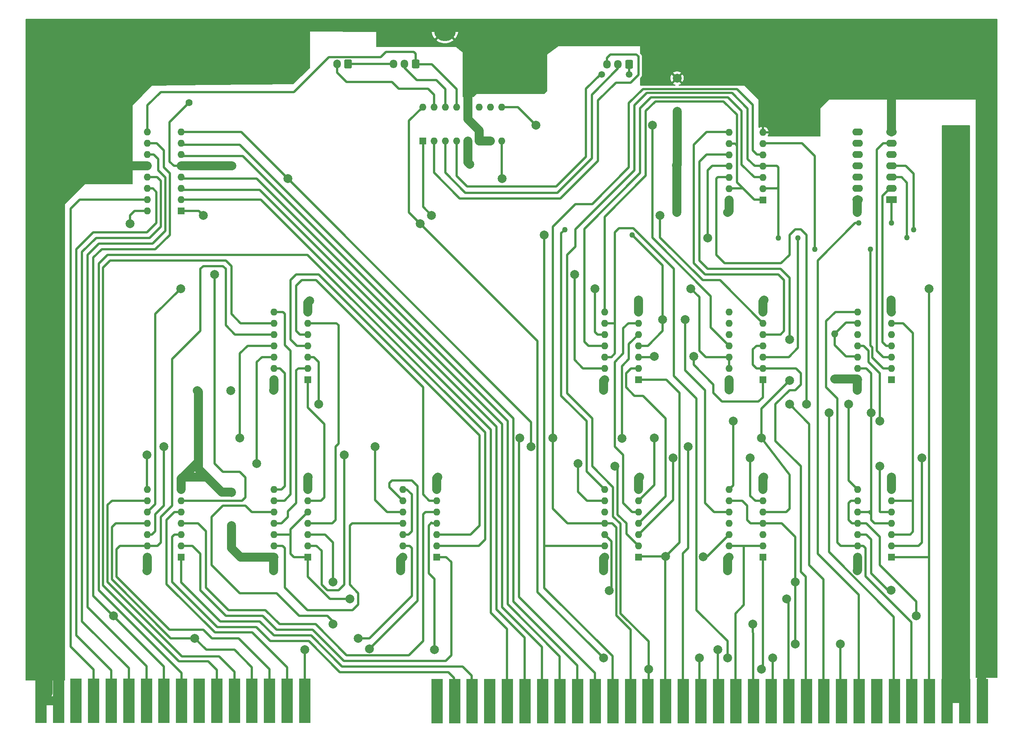
<source format=gbr>
%TF.GenerationSoftware,KiCad,Pcbnew,(6.0.4-0)*%
%TF.CreationDate,2024-04-30T16:36:32+10:00*%
%TF.ProjectId,PC and ADDER 74LS74 MOD,50432061-6e64-4204-9144-444552203734,rev?*%
%TF.SameCoordinates,Original*%
%TF.FileFunction,Copper,L2,Bot*%
%TF.FilePolarity,Positive*%
%FSLAX46Y46*%
G04 Gerber Fmt 4.6, Leading zero omitted, Abs format (unit mm)*
G04 Created by KiCad (PCBNEW (6.0.4-0)) date 2024-04-30 16:36:32*
%MOMM*%
%LPD*%
G01*
G04 APERTURE LIST*
G04 Aperture macros list*
%AMRoundRect*
0 Rectangle with rounded corners*
0 $1 Rounding radius*
0 $2 $3 $4 $5 $6 $7 $8 $9 X,Y pos of 4 corners*
0 Add a 4 corners polygon primitive as box body*
4,1,4,$2,$3,$4,$5,$6,$7,$8,$9,$2,$3,0*
0 Add four circle primitives for the rounded corners*
1,1,$1+$1,$2,$3*
1,1,$1+$1,$4,$5*
1,1,$1+$1,$6,$7*
1,1,$1+$1,$8,$9*
0 Add four rect primitives between the rounded corners*
20,1,$1+$1,$2,$3,$4,$5,0*
20,1,$1+$1,$4,$5,$6,$7,0*
20,1,$1+$1,$6,$7,$8,$9,0*
20,1,$1+$1,$8,$9,$2,$3,0*%
G04 Aperture macros list end*
%TA.AperFunction,ComponentPad*%
%ADD10RoundRect,0.250000X0.600000X0.750000X-0.600000X0.750000X-0.600000X-0.750000X0.600000X-0.750000X0*%
%TD*%
%TA.AperFunction,ComponentPad*%
%ADD11O,1.700000X2.000000*%
%TD*%
%TA.AperFunction,ComponentPad*%
%ADD12RoundRect,0.250000X0.600000X0.725000X-0.600000X0.725000X-0.600000X-0.725000X0.600000X-0.725000X0*%
%TD*%
%TA.AperFunction,ComponentPad*%
%ADD13O,1.700000X1.950000*%
%TD*%
%TA.AperFunction,ConnectorPad*%
%ADD14R,2.540000X10.000000*%
%TD*%
%TA.AperFunction,ComponentPad*%
%ADD15R,1.600000X1.600000*%
%TD*%
%TA.AperFunction,ComponentPad*%
%ADD16O,1.600000X1.600000*%
%TD*%
%TA.AperFunction,ComponentPad*%
%ADD17C,1.600000*%
%TD*%
%TA.AperFunction,ComponentPad*%
%ADD18C,5.000000*%
%TD*%
%TA.AperFunction,ComponentPad*%
%ADD19C,2.000000*%
%TD*%
%TA.AperFunction,ComponentPad*%
%ADD20R,2.400000X1.600000*%
%TD*%
%TA.AperFunction,ComponentPad*%
%ADD21O,2.400000X1.600000*%
%TD*%
%TA.AperFunction,ViaPad*%
%ADD22C,2.000000*%
%TD*%
%TA.AperFunction,ViaPad*%
%ADD23C,1.270000*%
%TD*%
%TA.AperFunction,ViaPad*%
%ADD24C,1.500000*%
%TD*%
%TA.AperFunction,Conductor*%
%ADD25C,2.000000*%
%TD*%
%TA.AperFunction,Conductor*%
%ADD26C,0.500000*%
%TD*%
G04 APERTURE END LIST*
D10*
%TO.P,J4,1,Pin_1*%
%TO.N,~{PC7}*%
X108200000Y-30700000D03*
D11*
%TO.P,J4,2,Pin_2*%
%TO.N,PC7*%
X105700000Y-30700000D03*
%TD*%
D12*
%TO.P,J3,1,Pin_1*%
%TO.N,PC5*%
X123400000Y-30700000D03*
D13*
%TO.P,J3,2,Pin_2*%
%TO.N,PC6*%
X120900000Y-30700000D03*
%TO.P,J3,3,Pin_3*%
%TO.N,~{PC7}*%
X118400000Y-30700000D03*
%TD*%
D12*
%TO.P,J2,1,Pin_1*%
%TO.N,SR5*%
X171500000Y-30750000D03*
D13*
%TO.P,J2,2,Pin_2*%
%TO.N,SR6*%
X169000000Y-30750000D03*
%TO.P,J2,3,Pin_3*%
%TO.N,SR7*%
X166500000Y-30750000D03*
%TD*%
D14*
%TO.P,J1,1,1*%
%TO.N,GND*%
X251050000Y-174170000D03*
%TO.P,J1,2,2*%
%TO.N,+5V*%
X247087600Y-174170000D03*
%TO.P,J1,3,3*%
X243125200Y-174170000D03*
%TO.P,J1,4,4*%
%TO.N,A-BUS*%
X239162800Y-174170000D03*
%TO.P,J1,5,5*%
%TO.N,B-BUS*%
X235200400Y-174170000D03*
%TO.P,J1,6,6*%
%TO.N,C-BUS*%
X231238000Y-174170000D03*
%TO.P,J1,7,7*%
%TO.N,unconnected-(J1-Pad7)*%
X227275600Y-174170000D03*
%TO.P,J1,8,8*%
%TO.N,~{T0+T12}*%
X223313200Y-174170000D03*
%TO.P,J1,9,9*%
%TO.N,~{T13.RAR}*%
X219350800Y-174170000D03*
%TO.P,J1,10,10*%
%TO.N,~{IOT.SKP}*%
X215388400Y-174170000D03*
%TO.P,J1,11,11*%
%TO.N,MCP*%
X211426000Y-174170000D03*
%TO.P,J1,12,12*%
%TO.N,T13*%
X207463600Y-174170000D03*
%TO.P,J1,13,13*%
%TO.N,T2-9*%
X203501200Y-174170000D03*
%TO.P,J1,14,14*%
%TO.N,T1*%
X199538800Y-174170000D03*
%TO.P,J1,15,15*%
%TO.N,~{T2-9(TAD+IAC+CMA})*%
X195576400Y-174170000D03*
%TO.P,J1,16,16*%
%TO.N,AC=0*%
X191614000Y-174170000D03*
%TO.P,J1,17,17*%
%TO.N,~{LA1}*%
X187651600Y-174170000D03*
%TO.P,J1,18,18*%
%TO.N,LA2*%
X183689200Y-174170000D03*
%TO.P,J1,19,19*%
%TO.N,~{T2-9.ISZ}*%
X179726800Y-174170000D03*
%TO.P,J1,20,20*%
%TO.N,~{T2-9(F+D+E})*%
X175764400Y-174170000D03*
%TO.P,J1,21,21*%
%TO.N,~{T14-21(JMP+JMS})*%
X171802000Y-174170000D03*
%TO.P,J1,22,22*%
%TO.N,~{T14-21.SKP}*%
X167839600Y-174170000D03*
%TO.P,J1,23,23*%
%TO.N,~{F+D+E}*%
X163877200Y-174170000D03*
%TO.P,J1,24,24*%
%TO.N,SR0*%
X159914800Y-174170000D03*
%TO.P,J1,25,25*%
%TO.N,SR1*%
X155952400Y-174170000D03*
%TO.P,J1,26,26*%
%TO.N,SR2*%
X151990000Y-174170000D03*
%TO.P,J1,27,27*%
%TO.N,SR3*%
X148027600Y-174170000D03*
%TO.P,J1,28,28*%
%TO.N,SR4*%
X144065200Y-174170000D03*
%TO.P,J1,29,29*%
%TO.N,unconnected-(J1-Pad29)*%
X140102800Y-174170000D03*
%TO.P,J1,30,30*%
%TO.N,~{SMA}*%
X136140400Y-174170000D03*
%TO.P,J1,31,31*%
%TO.N,~{SZA}*%
X132178000Y-174170000D03*
%TO.P,J1,32,32*%
%TO.N,unconnected-(J1-Pad32)*%
X128215600Y-174170000D03*
%TD*%
%TO.P,J5,1,1*%
%TO.N,MB=0*%
X98423200Y-174058000D03*
%TO.P,J5,2,2*%
%TO.N,~{TAD}*%
X94460800Y-174058000D03*
%TO.P,J5,3,3*%
%TO.N,~{ISZ}*%
X90498400Y-174058000D03*
%TO.P,J5,4,4*%
%TO.N,~{JMS}*%
X86536000Y-174058000D03*
%TO.P,J5,5,5*%
%TO.N,~{RAR}*%
X82573600Y-174058000D03*
%TO.P,J5,6,6*%
%TO.N,~{IAC}*%
X78611200Y-174058000D03*
%TO.P,J5,7,7*%
%TO.N,unconnected-(J5-Pad7)*%
X74648800Y-174058000D03*
%TO.P,J5,8,8*%
%TO.N,AC=-VE*%
X70686400Y-174058000D03*
%TO.P,J5,9,9*%
%TO.N,PC0*%
X66724000Y-174058000D03*
%TO.P,J5,10,10*%
%TO.N,PC1*%
X62761600Y-174058000D03*
%TO.P,J5,11,11*%
%TO.N,PC2*%
X58799200Y-174058000D03*
%TO.P,J5,12,12*%
%TO.N,PC3*%
X54836800Y-174058000D03*
%TO.P,J5,13,13*%
%TO.N,PC4*%
X50874400Y-174058000D03*
%TO.P,J5,14,14*%
%TO.N,unconnected-(J5-Pad14)*%
X46912000Y-174058000D03*
%TO.P,J5,15,15*%
%TO.N,GND*%
X42949600Y-174058000D03*
%TO.P,J5,16,16*%
X38987200Y-174058000D03*
%TD*%
D15*
%TO.P,U5,1*%
%TO.N,Net-(U10-Pad6)*%
X99120000Y-101740000D03*
D16*
%TO.P,U5,2*%
%TO.N,Net-(U10-Pad11)*%
X99120000Y-99200000D03*
%TO.P,U5,3*%
%TO.N,~{IOT.SKP}*%
X99120000Y-96660000D03*
%TO.P,U5,4*%
%TO.N,Net-(U11-Pad3)*%
X99120000Y-94120000D03*
%TO.P,U5,5*%
%TO.N,Net-(U11-Pad6)*%
X99120000Y-91580000D03*
%TO.P,U5,6*%
%TO.N,Net-(U10-Pad4)*%
X99120000Y-89040000D03*
%TO.P,U5,7,GND*%
%TO.N,GND*%
X99120000Y-86500000D03*
%TO.P,U5,8*%
%TO.N,Net-(U10-Pad9)*%
X91500000Y-86500000D03*
%TO.P,U5,9*%
%TO.N,~{IAC}*%
X91500000Y-89040000D03*
%TO.P,U5,10*%
%TO.N,~{ISZ}*%
X91500000Y-91580000D03*
%TO.P,U5,11*%
%TO.N,~{F+D+E}*%
X91500000Y-94120000D03*
%TO.P,U5,12*%
%TO.N,SET_CARRY_FLAG*%
X91500000Y-96660000D03*
%TO.P,U5,13*%
%TO.N,Net-(U10-Pad8)*%
X91500000Y-99200000D03*
%TO.P,U5,14,VCC*%
%TO.N,+5V*%
X91500000Y-101740000D03*
%TD*%
D15*
%TO.P,U6,1*%
%TO.N,~{T2-9.ISZ}*%
X173620000Y-101740000D03*
D16*
%TO.P,U6,2*%
%TO.N,Net-(U12-Pad4)*%
X173620000Y-99200000D03*
%TO.P,U6,3*%
%TO.N,Net-(U6-Pad3)*%
X173620000Y-96660000D03*
%TO.P,U6,4*%
%TO.N,~{T14-21.SKP}*%
X173620000Y-94120000D03*
%TO.P,U6,5*%
%TO.N,~{T14-21(JMP+JMS})*%
X173620000Y-91580000D03*
%TO.P,U6,6*%
%TO.N,Net-(U12-Pad5)*%
X173620000Y-89040000D03*
%TO.P,U6,7,GND*%
%TO.N,GND*%
X173620000Y-86500000D03*
%TO.P,U6,8*%
%TO.N,~{T2-9.JMS}*%
X166000000Y-86500000D03*
%TO.P,U6,9*%
%TO.N,T2-9*%
X166000000Y-89040000D03*
%TO.P,U6,10*%
%TO.N,Net-(U6-Pad10)*%
X166000000Y-91580000D03*
%TO.P,U6,11*%
%TO.N,~{T2-9.TAD}*%
X166000000Y-94120000D03*
%TO.P,U6,12*%
%TO.N,T2-9*%
X166000000Y-96660000D03*
%TO.P,U6,13*%
%TO.N,Net-(U6-Pad13)*%
X166000000Y-99200000D03*
%TO.P,U6,14,VCC*%
%TO.N,+5V*%
X166000000Y-101740000D03*
%TD*%
D15*
%TO.P,U9,1*%
%TO.N,~{SMA}*%
X70620000Y-141740000D03*
D16*
%TO.P,U9,2*%
%TO.N,Net-(U11-Pad1)*%
X70620000Y-139200000D03*
%TO.P,U9,3*%
%TO.N,~{SZA}*%
X70620000Y-136660000D03*
%TO.P,U9,4*%
%TO.N,Net-(U11-Pad5)*%
X70620000Y-134120000D03*
%TO.P,U9,5*%
%TO.N,~{TAD}*%
X70620000Y-131580000D03*
%TO.P,U9,6*%
%TO.N,Net-(U6-Pad13)*%
X70620000Y-129040000D03*
%TO.P,U9,7,GND*%
%TO.N,GND*%
X70620000Y-126500000D03*
%TO.P,U9,8*%
%TO.N,Net-(U10-Pad2)*%
X63000000Y-126500000D03*
%TO.P,U9,9*%
%TO.N,~{RAR}*%
X63000000Y-129040000D03*
%TO.P,U9,10*%
%TO.N,Net-(U6-Pad10)*%
X63000000Y-131580000D03*
%TO.P,U9,11*%
%TO.N,~{JMS}*%
X63000000Y-134120000D03*
%TO.P,U9,12*%
%TO.N,Net-(U11-Pad10)*%
X63000000Y-136660000D03*
%TO.P,U9,13*%
%TO.N,~{ISZ}*%
X63000000Y-139200000D03*
%TO.P,U9,14,VCC*%
%TO.N,+5V*%
X63000000Y-141740000D03*
%TD*%
D15*
%TO.P,U10,1*%
%TO.N,T13*%
X99120000Y-141740000D03*
D16*
%TO.P,U10,2*%
%TO.N,Net-(U10-Pad2)*%
X99120000Y-139200000D03*
%TO.P,U10,3*%
%TO.N,~{T13.RAR}*%
X99120000Y-136660000D03*
%TO.P,U10,4*%
%TO.N,Net-(U10-Pad4)*%
X99120000Y-134120000D03*
%TO.P,U10,5*%
%TO.N,T13*%
X99120000Y-131580000D03*
%TO.P,U10,6*%
%TO.N,Net-(U10-Pad6)*%
X99120000Y-129040000D03*
%TO.P,U10,7,GND*%
%TO.N,GND*%
X99120000Y-126500000D03*
%TO.P,U10,8*%
%TO.N,Net-(U10-Pad8)*%
X91500000Y-126500000D03*
%TO.P,U10,9*%
%TO.N,Net-(U10-Pad9)*%
X91500000Y-129040000D03*
%TO.P,U10,10*%
%TO.N,T1*%
X91500000Y-131580000D03*
%TO.P,U10,11*%
%TO.N,Net-(U10-Pad11)*%
X91500000Y-134120000D03*
%TO.P,U10,12*%
%TO.N,T13*%
X91500000Y-136660000D03*
%TO.P,U10,13*%
%TO.N,Net-(U10-Pad13)*%
X91500000Y-139200000D03*
%TO.P,U10,14,VCC*%
%TO.N,+5V*%
X91500000Y-141740000D03*
%TD*%
D15*
%TO.P,U11,1*%
%TO.N,Net-(U11-Pad1)*%
X128120000Y-141740000D03*
D16*
%TO.P,U11,2*%
%TO.N,AC=-VE*%
X128120000Y-139200000D03*
%TO.P,U11,3*%
%TO.N,Net-(U11-Pad3)*%
X128120000Y-136660000D03*
%TO.P,U11,4*%
%TO.N,AC=0*%
X128120000Y-134120000D03*
%TO.P,U11,5*%
%TO.N,Net-(U11-Pad5)*%
X128120000Y-131580000D03*
%TO.P,U11,6*%
%TO.N,Net-(U11-Pad6)*%
X128120000Y-129040000D03*
%TO.P,U11,7,GND*%
%TO.N,GND*%
X128120000Y-126500000D03*
%TO.P,U11,8*%
%TO.N,Net-(U11-Pad12)*%
X120500000Y-126500000D03*
%TO.P,U11,9*%
%TO.N,MB=0*%
X120500000Y-129040000D03*
%TO.P,U11,10*%
%TO.N,Net-(U11-Pad10)*%
X120500000Y-131580000D03*
%TO.P,U11,11*%
%TO.N,Net-(U10-Pad13)*%
X120500000Y-134120000D03*
%TO.P,U11,12*%
%TO.N,Net-(U11-Pad12)*%
X120500000Y-136660000D03*
%TO.P,U11,13*%
%TO.N,~{JMS}*%
X120500000Y-139200000D03*
%TO.P,U11,14,VCC*%
%TO.N,+5V*%
X120500000Y-141740000D03*
%TD*%
D15*
%TO.P,U12,1*%
%TO.N,~{T2-9.ISZ}*%
X173620000Y-141740000D03*
D16*
%TO.P,U12,2*%
%TO.N,T2-9.ISZ*%
X173620000Y-139200000D03*
%TO.P,U12,3*%
%TO.N,X1*%
X173620000Y-136660000D03*
%TO.P,U12,4*%
%TO.N,Net-(U12-Pad4)*%
X173620000Y-134120000D03*
%TO.P,U12,5*%
%TO.N,Net-(U12-Pad5)*%
X173620000Y-131580000D03*
%TO.P,U12,6*%
%TO.N,Net-(U12-Pad6)*%
X173620000Y-129040000D03*
%TO.P,U12,7,GND*%
%TO.N,GND*%
X173620000Y-126500000D03*
%TO.P,U12,8*%
%TO.N,/~{SET_CARRY_FLAG}*%
X166000000Y-126500000D03*
%TO.P,U12,9*%
%TO.N,SET_CARRY_FLAG*%
X166000000Y-129040000D03*
%TO.P,U12,10*%
%TO.N,unconnected-(U12-Pad10)*%
X166000000Y-131580000D03*
%TO.P,U12,11*%
%TO.N,~{T14-21(JMP+JMS})*%
X166000000Y-134120000D03*
%TO.P,U12,12*%
%TO.N,Net-(U12-Pad12)*%
X166000000Y-136660000D03*
%TO.P,U12,13*%
%TO.N,~{T14-21.SKP}*%
X166000000Y-139200000D03*
%TO.P,U12,14,VCC*%
%TO.N,+5V*%
X166000000Y-141740000D03*
%TD*%
D15*
%TO.P,U13,1*%
%TO.N,~{T2-9(F+D+E})*%
X201620000Y-141740000D03*
D16*
%TO.P,U13,2*%
%TO.N,~{T2-9(TAD+IAC+CMA})*%
X201620000Y-139200000D03*
%TO.P,U13,3*%
%TO.N,N/C*%
X201620000Y-136660000D03*
%TO.P,U13,4*%
%TO.N,~{T13.RAR}*%
X201620000Y-134120000D03*
%TO.P,U13,5*%
%TO.N,Net-(U12-Pad6)*%
X201620000Y-131580000D03*
%TO.P,U13,6*%
%TO.N,X1*%
X201620000Y-129040000D03*
%TO.P,U13,7,GND*%
%TO.N,GND*%
X201620000Y-126500000D03*
%TO.P,U13,8*%
%TO.N,Net-(U13-Pad8)*%
X194000000Y-126500000D03*
%TO.P,U13,9*%
%TO.N,~{T13.RAR}*%
X194000000Y-129040000D03*
%TO.P,U13,10*%
%TO.N,~{T14-21.SKP}*%
X194000000Y-131580000D03*
%TO.P,U13,11*%
%TO.N,N/C*%
X194000000Y-134120000D03*
%TO.P,U13,12*%
%TO.N,~{T2-9.ISZ}*%
X194000000Y-136660000D03*
%TO.P,U13,13*%
%TO.N,~{T2-9(TAD+IAC+CMA})*%
X194000000Y-139200000D03*
%TO.P,U13,14,VCC*%
%TO.N,+5V*%
X194000000Y-141740000D03*
%TD*%
D15*
%TO.P,U14,1*%
%TO.N,A-BUS*%
X230620000Y-141740000D03*
D16*
%TO.P,U14,2*%
%TO.N,X1*%
X230620000Y-139200000D03*
%TO.P,U14,3*%
%TO.N,SUM*%
X230620000Y-136660000D03*
%TO.P,U14,4*%
%TO.N,C-BUS*%
X230620000Y-134120000D03*
%TO.P,U14,5*%
%TO.N,T2-9.ISZ*%
X230620000Y-131580000D03*
%TO.P,U14,6*%
%TO.N,SUM*%
X230620000Y-129040000D03*
%TO.P,U14,7,GND*%
%TO.N,GND*%
X230620000Y-126500000D03*
%TO.P,U14,8*%
%TO.N,Net-(U14-Pad8)*%
X223000000Y-126500000D03*
%TO.P,U14,9*%
%TO.N,PC0*%
X223000000Y-129040000D03*
%TO.P,U14,10*%
%TO.N,C-BUS*%
X223000000Y-131580000D03*
%TO.P,U14,11*%
%TO.N,PC0*%
X223000000Y-134120000D03*
%TO.P,U14,12*%
%TO.N,Net-(U12-Pad12)*%
X223000000Y-136660000D03*
%TO.P,U14,13*%
%TO.N,B-BUS*%
X223000000Y-139200000D03*
%TO.P,U14,14,VCC*%
%TO.N,+5V*%
X223000000Y-141740000D03*
%TD*%
D15*
%TO.P,U1,1,CLK*%
%TO.N,CLK*%
X70620000Y-63780000D03*
D16*
%TO.P,U1,2,A*%
%TO.N,SR4*%
X70620000Y-61240000D03*
%TO.P,U1,3,B*%
%TO.N,SR3*%
X70620000Y-58700000D03*
%TO.P,U1,4,C*%
%TO.N,SR2*%
X70620000Y-56160000D03*
%TO.P,U1,5,VCC*%
%TO.N,+5V*%
X70620000Y-53620000D03*
%TO.P,U1,6,D*%
%TO.N,SR1*%
X70620000Y-51080000D03*
%TO.P,U1,7,E*%
%TO.N,SR0*%
X70620000Y-48540000D03*
%TO.P,U1,8,PRE*%
%TO.N,LA2*%
X70620000Y-46000000D03*
%TO.P,U1,9,SER*%
%TO.N,PC5*%
X63000000Y-46000000D03*
%TO.P,U1,10,QE*%
%TO.N,PC0*%
X63000000Y-48540000D03*
%TO.P,U1,11,QD*%
%TO.N,PC1*%
X63000000Y-51080000D03*
%TO.P,U1,12,GND*%
%TO.N,GND*%
X63000000Y-53620000D03*
%TO.P,U1,13,QC*%
%TO.N,PC2*%
X63000000Y-56160000D03*
%TO.P,U1,14,QB*%
%TO.N,PC3*%
X63000000Y-58700000D03*
%TO.P,U1,15,QA*%
%TO.N,PC4*%
X63000000Y-61240000D03*
%TO.P,U1,16,~{CLR}*%
%TO.N,~{LA1}*%
X63000000Y-63780000D03*
%TD*%
D15*
%TO.P,U2,1,CLK*%
%TO.N,CLK*%
X125000000Y-48000000D03*
D16*
%TO.P,U2,2,A*%
%TO.N,SR7*%
X127540000Y-48000000D03*
%TO.P,U2,3,B*%
%TO.N,SR6*%
X130080000Y-48000000D03*
%TO.P,U2,4,C*%
%TO.N,SR5*%
X132620000Y-48000000D03*
%TO.P,U2,5,VCC*%
%TO.N,+5V*%
X135160000Y-48000000D03*
%TO.P,U2,6,D*%
%TO.N,GND*%
X137700000Y-48000000D03*
%TO.P,U2,7,E*%
X140240000Y-48000000D03*
%TO.P,U2,8,PRE*%
%TO.N,LA2*%
X142780000Y-48000000D03*
%TO.P,U2,9,SER*%
%TO.N,/~{A-BUS}*%
X142780000Y-40380000D03*
%TO.P,U2,10,QE*%
%TO.N,unconnected-(U2-Pad10)*%
X140240000Y-40380000D03*
%TO.P,U2,11,QD*%
%TO.N,unconnected-(U2-Pad11)*%
X137700000Y-40380000D03*
%TO.P,U2,12,GND*%
%TO.N,GND*%
X135160000Y-40380000D03*
%TO.P,U2,13,QC*%
%TO.N,PC5*%
X132620000Y-40380000D03*
%TO.P,U2,14,QB*%
%TO.N,PC6*%
X130080000Y-40380000D03*
%TO.P,U2,15,QA*%
%TO.N,PC7*%
X127540000Y-40380000D03*
%TO.P,U2,16,~{CLR}*%
%TO.N,~{LA1}*%
X125000000Y-40380000D03*
%TD*%
D15*
%TO.P,U7,1*%
%TO.N,Net-(U6-Pad3)*%
X201620000Y-101740000D03*
D16*
%TO.P,U7,2*%
%TO.N,MCP*%
X201620000Y-99200000D03*
%TO.P,U7,3*%
%TO.N,Net-(U7-Pad3)*%
X201620000Y-96660000D03*
%TO.P,U7,4*%
%TO.N,MCP*%
X201620000Y-94120000D03*
%TO.P,U7,5*%
%TO.N,Net-(U3-Pad8)*%
X201620000Y-91580000D03*
%TO.P,U7,6*%
%TO.N,CLK*%
X201620000Y-89040000D03*
%TO.P,U7,7,GND*%
%TO.N,GND*%
X201620000Y-86500000D03*
%TO.P,U7,8*%
%TO.N,N/C*%
X194000000Y-86500000D03*
%TO.P,U7,9*%
X194000000Y-89040000D03*
%TO.P,U7,10*%
X194000000Y-91580000D03*
%TO.P,U7,11*%
%TO.N,/~{A-BUS}*%
X194000000Y-94120000D03*
%TO.P,U7,12*%
%TO.N,A-BUS*%
X194000000Y-96660000D03*
%TO.P,U7,13*%
X194000000Y-99200000D03*
%TO.P,U7,14,VCC*%
%TO.N,+5V*%
X194000000Y-101740000D03*
%TD*%
D17*
%TO.P,R2,1*%
%TO.N,+5V*%
X217805000Y-101600000D03*
D16*
%TO.P,R2,2*%
%TO.N,Net-(R2-Pad2)*%
X217805000Y-91440000D03*
%TD*%
D15*
%TO.P,U8,1,\u002AB*%
%TO.N,unconnected-(U8-Pad1)*%
X230620000Y-101740000D03*
D16*
%TO.P,U8,2,BC*%
%TO.N,Net-(U3-Pad6)*%
X230620000Y-99200000D03*
%TO.P,U8,3,CN*%
%TO.N,Net-(U8-Pad3)*%
X230620000Y-96660000D03*
%TO.P,U8,4,~{C}N+1*%
%TO.N,Net-(U8-Pad4)*%
X230620000Y-94120000D03*
%TO.P,U8,5,~{SUM}*%
%TO.N,unconnected-(U8-Pad5)*%
X230620000Y-91580000D03*
%TO.P,U8,6,SUM*%
%TO.N,SUM*%
X230620000Y-89040000D03*
%TO.P,U8,7,GND*%
%TO.N,GND*%
X230620000Y-86500000D03*
%TO.P,U8,8,A1*%
%TO.N,B-BUS*%
X223000000Y-86500000D03*
%TO.P,U8,9,A2*%
%TO.N,Net-(R2-Pad2)*%
X223000000Y-89040000D03*
%TO.P,U8,10,\u002AA*%
%TO.N,unconnected-(U8-Pad10)*%
X223000000Y-91580000D03*
%TO.P,U8,11,AC*%
%TO.N,Net-(U13-Pad8)*%
X223000000Y-94120000D03*
%TO.P,U8,12,B1*%
%TO.N,Net-(R2-Pad2)*%
X223000000Y-96660000D03*
%TO.P,U8,13,B2*%
%TO.N,C-BUS*%
X223000000Y-99200000D03*
%TO.P,U8,14,VCC*%
%TO.N,+5V*%
X223000000Y-101740000D03*
%TD*%
D17*
%TO.P,C5,1*%
%TO.N,+5V*%
X72390000Y-39370000D03*
%TO.P,C5,2*%
%TO.N,GND*%
X72390000Y-34370000D03*
%TD*%
D15*
%TO.P,U3,1*%
%TO.N,~{T2-9.JMS}*%
X201620000Y-61340000D03*
D16*
%TO.P,U3,2*%
%TO.N,~{T2-9(F+D+E})*%
X201620000Y-58800000D03*
%TO.P,U3,3*%
%TO.N,~{T2-9.TAD}*%
X201620000Y-56260000D03*
%TO.P,U3,4*%
%TO.N,~{T2-9(F+D+E})*%
X201620000Y-53720000D03*
%TO.P,U3,5*%
%TO.N,~{T14-21(JMP+JMS})*%
X201620000Y-51180000D03*
%TO.P,U3,6*%
%TO.N,Net-(U3-Pad6)*%
X201620000Y-48640000D03*
%TO.P,U3,7,GND*%
%TO.N,GND*%
X201620000Y-46100000D03*
%TO.P,U3,8*%
%TO.N,Net-(U3-Pad8)*%
X194000000Y-46100000D03*
%TO.P,U3,9*%
%TO.N,~{T2-9.JMS}*%
X194000000Y-48640000D03*
%TO.P,U3,10*%
%TO.N,Net-(U12-Pad6)*%
X194000000Y-51180000D03*
%TO.P,U3,11*%
%TO.N,~{T2-9(F+D+E})*%
X194000000Y-53720000D03*
%TO.P,U3,12*%
%TO.N,Net-(U14-Pad8)*%
X194000000Y-56260000D03*
%TO.P,U3,13*%
%TO.N,~{T2-9.JMS}*%
X194000000Y-58800000D03*
%TO.P,U3,14,VCC*%
%TO.N,+5V*%
X194000000Y-61340000D03*
%TD*%
D18*
%TO.P,H1,1,GND*%
%TO.N,GND*%
X40000000Y-23000000D03*
X130000000Y-23000000D03*
%TD*%
%TO.P,H2,1,GND*%
%TO.N,GND*%
X160000000Y-23000000D03*
X250000000Y-23000000D03*
%TD*%
D19*
%TO.P,C1,1*%
%TO.N,+5V*%
X81900000Y-134650000D03*
%TO.P,C1,2*%
%TO.N,GND*%
X81900000Y-127150000D03*
%TD*%
%TO.P,C3,1*%
%TO.N,+5V*%
X81750000Y-104200000D03*
%TO.P,C3,2*%
%TO.N,GND*%
X74250000Y-104200000D03*
%TD*%
%TO.P,C5,1*%
%TO.N,+5V*%
X243250000Y-93100000D03*
%TO.P,C5,2*%
%TO.N,GND*%
X250750000Y-93100000D03*
%TD*%
%TO.P,C4,1*%
%TO.N,+5V*%
X182300000Y-41350000D03*
%TO.P,C4,2*%
%TO.N,GND*%
X182300000Y-33850000D03*
%TD*%
%TO.P,C2,1*%
%TO.N,+5V*%
X243450000Y-46200000D03*
%TO.P,C2,2*%
%TO.N,GND*%
X250950000Y-46200000D03*
%TD*%
%TO.P,C6,1*%
%TO.N,+5V*%
X243350000Y-158500000D03*
%TO.P,C6,2*%
%TO.N,GND*%
X250850000Y-158500000D03*
%TD*%
D20*
%TO.P,U4,1,~{R}*%
%TO.N,~{T0+T12}*%
X230625000Y-61225000D03*
D21*
%TO.P,U4,2,D*%
%TO.N,Net-(U8-Pad4)*%
X230625000Y-58685000D03*
%TO.P,U4,3,C*%
%TO.N,Net-(U7-Pad3)*%
X230625000Y-56145000D03*
%TO.P,U4,4,~{S}*%
%TO.N,/~{SET_CARRY_FLAG}*%
X230625000Y-53605000D03*
%TO.P,U4,5,Q*%
%TO.N,unconnected-(U4-Pad5)*%
X230625000Y-51065000D03*
%TO.P,U4,6,~{Q}*%
%TO.N,Net-(U8-Pad3)*%
X230625000Y-48525000D03*
%TO.P,U4,7,GND*%
%TO.N,GND*%
X230625000Y-45985000D03*
%TO.P,U4,8,~{Q}*%
%TO.N,unconnected-(U4-Pad8)*%
X223005000Y-45985000D03*
%TO.P,U4,9,Q*%
%TO.N,unconnected-(U4-Pad9)*%
X223005000Y-48525000D03*
%TO.P,U4,10,~{S}*%
%TO.N,unconnected-(U4-Pad10)*%
X223005000Y-51065000D03*
%TO.P,U4,11,C*%
%TO.N,unconnected-(U4-Pad11)*%
X223005000Y-53605000D03*
%TO.P,U4,12,D*%
%TO.N,unconnected-(U4-Pad12)*%
X223005000Y-56145000D03*
%TO.P,U4,13,~{R}*%
%TO.N,unconnected-(U4-Pad13)*%
X223005000Y-58685000D03*
%TO.P,U4,14,VCC*%
%TO.N,+5V*%
X223005000Y-61225000D03*
%TD*%
D22*
%TO.N,GND*%
X201807800Y-123702800D03*
X99182200Y-123702800D03*
X70997800Y-123702800D03*
X42545000Y-83820000D03*
X230627200Y-123702800D03*
X173600000Y-83800000D03*
X173867800Y-123702800D03*
X76322200Y-123702800D03*
X42667200Y-123702800D03*
X230505000Y-83820000D03*
X128392200Y-123702800D03*
X250947200Y-123702800D03*
X250947200Y-83820000D03*
X201930000Y-83820000D03*
X99554427Y-83960573D03*
%TO.N,+5V*%
X222885000Y-104140000D03*
X182245000Y-64135000D03*
X165735000Y-144780000D03*
X243022400Y-64317600D03*
X81990000Y-53635000D03*
X135584000Y-53254000D03*
X182193000Y-53508000D03*
X91440000Y-144780000D03*
X91440000Y-104140000D03*
X194000000Y-104100000D03*
X243022400Y-143692600D03*
X222885000Y-144780000D03*
X222885000Y-64135000D03*
X193675000Y-64135000D03*
X62865000Y-144780000D03*
X120015000Y-144780000D03*
X193675000Y-144780000D03*
X165735000Y-104140000D03*
X243022400Y-104322600D03*
%TO.N,A-BUS*%
X185420000Y-81280000D03*
X239099990Y-81280000D03*
%TO.N,C-BUS*%
X226060000Y-109220000D03*
X216535000Y-109220000D03*
%TO.N,~{T13.RAR}*%
X208915000Y-147320000D03*
X104775000Y-147320000D03*
X208915000Y-161290000D03*
X219075000Y-161290000D03*
%TO.N,~{IOT.SKP}*%
X207645000Y-107315000D03*
X101600000Y-107315000D03*
%TO.N,T13*%
X108585000Y-151130000D03*
X207010000Y-151130000D03*
%TO.N,T2-9*%
X193675000Y-164465000D03*
X203835000Y-164465000D03*
%TO.N,T1*%
X199390000Y-156845000D03*
X104775000Y-156845000D03*
%TO.N,AC=0*%
X127635000Y-162560000D03*
X191500000Y-162600000D03*
%TO.N,~{LA1}*%
X124460000Y-66675000D03*
X59055000Y-66675000D03*
X187325000Y-164465000D03*
X165735000Y-164465000D03*
%TO.N,LA2*%
X149405001Y-116840000D03*
X94615000Y-56515000D03*
X184785000Y-116840000D03*
X142875000Y-56515000D03*
%TO.N,~{F+D+E}*%
X83820000Y-114935000D03*
X146864500Y-114900000D03*
%TO.N,~{T14-21.SKP}*%
X184150000Y-88265000D03*
D23*
X172200000Y-69200000D03*
D22*
X152400000Y-69199948D03*
X179070000Y-88265000D03*
%TO.N,~{T2-9(F+D+E})*%
X201295000Y-167005000D03*
X175895000Y-167005000D03*
X189230000Y-69850000D03*
D23*
X205105000Y-69850000D03*
D22*
%TO.N,MB=0*%
X98425000Y-162560000D03*
X113014948Y-162379990D03*
%TO.N,~{JMS}*%
X110490000Y-160020000D03*
X73660000Y-160020000D03*
%TO.N,PC0*%
X236220000Y-154940000D03*
X55320000Y-154940000D03*
D23*
%TO.N,Net-(U3-Pad6)*%
X213360000Y-72390000D03*
X225879990Y-72390000D03*
%TO.N,~{T0+T12}*%
X223200000Y-66500000D03*
X230600000Y-66500000D03*
D22*
%TO.N,~{T2-9.ISZ}*%
X179705000Y-141605000D03*
X188140010Y-141620052D03*
%TO.N,Net-(U6-Pad3)*%
X186055000Y-96520000D03*
X177165000Y-96520000D03*
%TO.N,Net-(U6-Pad10)*%
X163778000Y-81321000D03*
X70485000Y-81280000D03*
%TO.N,CLK*%
X178435000Y-64770000D03*
X75565000Y-64770000D03*
X127000000Y-64770000D03*
D23*
%TO.N,Net-(U7-Pad3)*%
X234100000Y-69800000D03*
X209550000Y-69850000D03*
D22*
%TO.N,Net-(U13-Pad8)*%
X227965000Y-111125000D03*
X194945000Y-111125000D03*
%TO.N,Net-(U10-Pad2)*%
X62865000Y-118745000D03*
X107315000Y-118745000D03*
%TO.N,Net-(U11-Pad10)*%
X66675000Y-116840000D03*
X114300000Y-116840000D03*
%TO.N,X1*%
X237490000Y-119380000D03*
X198780004Y-119380000D03*
X181429990Y-119395052D03*
%TO.N,T2-9.ISZ*%
X227965000Y-121285000D03*
X168275000Y-121285000D03*
D24*
%TO.N,SR5*%
X165300000Y-33000000D03*
X171500000Y-33000000D03*
D22*
%TO.N,/~{A-BUS}*%
X176710010Y-44465052D03*
X150495000Y-44450000D03*
%TO.N,~{T14-21(JMP+JMS})*%
X169874000Y-114976000D03*
X154305000Y-114935000D03*
%TO.N,Net-(U12-Pad6)*%
X207645000Y-101939990D03*
X201295000Y-114935000D03*
X177165000Y-114935000D03*
X207645000Y-92710000D03*
%TO.N,Net-(U14-Pad8)*%
X220980000Y-107315000D03*
X211455000Y-107315000D03*
%TO.N,Net-(U12-Pad12)*%
X230505000Y-149225000D03*
X167027500Y-149266000D03*
%TO.N,Net-(U6-Pad13)*%
X159205500Y-78100000D03*
X78105000Y-78105000D03*
D23*
%TO.N,/~{SET_CARRY_FLAG}*%
X157000000Y-68000000D03*
X235600000Y-68000000D03*
D22*
%TO.N,SET_CARRY_FLAG*%
X160020000Y-120650000D03*
X87630000Y-120650000D03*
%TD*%
D25*
%TO.N,GND*%
X250947200Y-84967800D02*
X250947200Y-37587200D01*
X250947200Y-123702800D02*
X250947200Y-84967800D01*
X230620000Y-46000000D02*
X230620000Y-38215000D01*
X137700000Y-45625000D02*
X135160000Y-43085000D01*
X137160000Y-25400000D02*
X135700000Y-25400000D01*
X140240000Y-48000000D02*
X137700000Y-48000000D01*
X230620000Y-126500000D02*
X230620000Y-123710000D01*
X135160000Y-43085000D02*
X135160000Y-40380000D01*
X52070000Y-50800000D02*
X40640000Y-50800000D01*
X173620000Y-123950600D02*
X173867800Y-123702800D01*
X135700000Y-25400000D02*
X135160000Y-25940000D01*
X52070000Y-24130000D02*
X52070000Y-50800000D01*
X54890000Y-53620000D02*
X63000000Y-53620000D01*
X201620000Y-84130000D02*
X201930000Y-83820000D01*
X201620000Y-126500000D02*
X201620000Y-123890600D01*
X40640000Y-50800000D02*
X40640000Y-172405200D01*
X76322200Y-123702800D02*
X70997800Y-123702800D01*
X137700000Y-48000000D02*
X137700000Y-45625000D01*
X201620000Y-86500000D02*
X201620000Y-84130000D01*
X99120000Y-86500000D02*
X99120000Y-84395000D01*
X38987200Y-174058000D02*
X42949600Y-174058000D01*
X54610000Y-21590000D02*
X52070000Y-24130000D01*
X128120000Y-126500000D02*
X128120000Y-123975000D01*
X230505000Y-83820000D02*
X230505000Y-86385000D01*
X128120000Y-123975000D02*
X128392200Y-123702800D01*
X81915000Y-127080000D02*
X79699400Y-127080000D01*
X74500000Y-121880600D02*
X76322200Y-123702800D01*
X74500000Y-120200600D02*
X70997800Y-123702800D01*
X137160000Y-25400000D02*
X137160000Y-21590000D01*
X70620000Y-126500000D02*
X70620000Y-124080600D01*
X74250000Y-104200000D02*
X74500000Y-104450000D01*
X135160000Y-25940000D02*
X135160000Y-40380000D01*
X230505000Y-86385000D02*
X230620000Y-86500000D01*
X99120000Y-126500000D02*
X99120000Y-123765000D01*
X70620000Y-124080600D02*
X70997800Y-123702800D01*
X40640000Y-172405200D02*
X38987200Y-174058000D01*
X99120000Y-84395000D02*
X99554427Y-83960573D01*
X79699400Y-127080000D02*
X76322200Y-123702800D01*
X250947200Y-174118000D02*
X250947200Y-123702800D01*
X137160000Y-21590000D02*
X54610000Y-21590000D01*
X173620000Y-83820000D02*
X173600000Y-83800000D01*
X173620000Y-86500000D02*
X173620000Y-83820000D01*
X201620000Y-123890600D02*
X201807800Y-123702800D01*
X52070000Y-50800000D02*
X54890000Y-53620000D01*
X74500000Y-119900000D02*
X74500000Y-121880600D01*
X74500000Y-104450000D02*
X74500000Y-120200600D01*
X99120000Y-123765000D02*
X99182200Y-123702800D01*
X173620000Y-126500000D02*
X173620000Y-123950600D01*
X230620000Y-123710000D02*
X230627200Y-123702800D01*
%TO.N,+5V*%
X182245000Y-64135000D02*
X182245000Y-53560000D01*
X217805000Y-101600000D02*
X222860000Y-101600000D01*
X165735000Y-144780000D02*
X165735000Y-142005000D01*
X165735000Y-142005000D02*
X166000000Y-141740000D01*
X194000000Y-101740000D02*
X194000000Y-104100000D01*
X222885000Y-61355000D02*
X223000000Y-61240000D01*
X222885000Y-101855000D02*
X223000000Y-101740000D01*
X81915000Y-134665000D02*
X81915000Y-139700000D01*
D26*
X68935000Y-53620000D02*
X70620000Y-53620000D01*
X72390000Y-39370000D02*
X67945000Y-43815000D01*
X67945000Y-43815000D02*
X67945000Y-52630000D01*
D25*
X63000000Y-141740000D02*
X63000000Y-144645000D01*
X182245000Y-53560000D02*
X182193000Y-53508000D01*
X182300000Y-41350000D02*
X182300000Y-53401000D01*
X222885000Y-104140000D02*
X222885000Y-101855000D01*
X223000000Y-141740000D02*
X223000000Y-144665000D01*
X91440000Y-144780000D02*
X91440000Y-141800000D01*
D26*
X67945000Y-52630000D02*
X68935000Y-53620000D01*
D25*
X194000000Y-61340000D02*
X194000000Y-63810000D01*
X165735000Y-102005000D02*
X166000000Y-101740000D01*
X222885000Y-64135000D02*
X222885000Y-61355000D01*
X91500000Y-104080000D02*
X91440000Y-104140000D01*
X83955000Y-141740000D02*
X91500000Y-141740000D01*
X135160000Y-52830000D02*
X135584000Y-53254000D01*
X182300000Y-53401000D02*
X182193000Y-53508000D01*
X81990000Y-53635000D02*
X81560000Y-53620000D01*
X91500000Y-101740000D02*
X91500000Y-104080000D01*
X81900000Y-134650000D02*
X81915000Y-134665000D01*
X222860000Y-101600000D02*
X223000000Y-101740000D01*
X223000000Y-144665000D02*
X222885000Y-144780000D01*
X135160000Y-48000000D02*
X135160000Y-52830000D01*
X165735000Y-104140000D02*
X165735000Y-102005000D01*
X194000000Y-63810000D02*
X193675000Y-64135000D01*
X193675000Y-144780000D02*
X193675000Y-142065000D01*
X91440000Y-141800000D02*
X91500000Y-141740000D01*
X81915000Y-139700000D02*
X83955000Y-141740000D01*
X120015000Y-144780000D02*
X120015000Y-142225000D01*
X193675000Y-142065000D02*
X194000000Y-141740000D01*
X63000000Y-144645000D02*
X62865000Y-144780000D01*
X120015000Y-142225000D02*
X120500000Y-141740000D01*
X81560000Y-53620000D02*
X70620000Y-53620000D01*
D26*
%TO.N,A-BUS*%
X238895000Y-141740000D02*
X239060000Y-141905000D01*
X239099990Y-81280000D02*
X239060000Y-81934991D01*
X239060000Y-81934991D02*
X239060000Y-141905000D01*
X187325000Y-95250000D02*
X188735000Y-96660000D01*
X188735000Y-96660000D02*
X194000000Y-96660000D01*
X230620000Y-141740000D02*
X238895000Y-141740000D01*
X239060000Y-174118000D02*
X239060000Y-141905000D01*
X194000000Y-96660000D02*
X194000000Y-99200000D01*
X187325000Y-83185000D02*
X187325000Y-95250000D01*
X185420000Y-81280000D02*
X187325000Y-83185000D01*
%TO.N,B-BUS*%
X215900000Y-103505000D02*
X215900000Y-88545000D01*
X215900000Y-88545000D02*
X217945000Y-86500000D01*
X224790000Y-146050000D02*
X224790000Y-139700000D01*
X223000000Y-139200000D02*
X219210000Y-139200000D01*
X235097600Y-174118000D02*
X235097600Y-156357600D01*
X217945000Y-86500000D02*
X223000000Y-86500000D01*
X235097600Y-156357600D02*
X224790000Y-146050000D01*
X224290000Y-139200000D02*
X223000000Y-139200000D01*
X218440000Y-138430000D02*
X218440000Y-106045000D01*
X224790000Y-139700000D02*
X224290000Y-139200000D01*
X219210000Y-139200000D02*
X218440000Y-138430000D01*
X218440000Y-106045000D02*
X215900000Y-103505000D01*
%TO.N,C-BUS*%
X224930000Y-99200000D02*
X223000000Y-99200000D01*
X226060000Y-109220000D02*
X226060000Y-131445000D01*
X225560000Y-131580000D02*
X226060000Y-132080000D01*
X216535000Y-109220000D02*
X216535000Y-140576002D01*
X226060000Y-131445000D02*
X226060000Y-132080000D01*
X226060000Y-100330000D02*
X224930000Y-99200000D01*
X216535000Y-140576002D02*
X231135200Y-155176202D01*
X229735000Y-134120000D02*
X230620000Y-134120000D01*
X223000000Y-131580000D02*
X225560000Y-131580000D01*
X226060000Y-131445000D02*
X225695000Y-131445000D01*
X226060000Y-109220000D02*
X226060000Y-100330000D01*
X225695000Y-131445000D02*
X225560000Y-131580000D01*
X226060000Y-132080000D02*
X226060000Y-133350000D01*
X226060000Y-133350000D02*
X226830000Y-134120000D01*
X226830000Y-134120000D02*
X229735000Y-134120000D01*
X231135200Y-155176202D02*
X231135200Y-174118000D01*
%TO.N,~{T13.RAR}*%
X208915000Y-147320000D02*
X208915000Y-161290000D01*
X219075000Y-161290000D02*
X219075000Y-173945000D01*
X104775000Y-147320000D02*
X104775000Y-138430000D01*
X208915000Y-137160000D02*
X208915000Y-147320000D01*
X198120000Y-133350000D02*
X198120000Y-130175000D01*
X104775000Y-138430000D02*
X103005000Y-136660000D01*
X198890000Y-134120000D02*
X198120000Y-133350000D01*
X198120000Y-130175000D02*
X196985000Y-129040000D01*
X205875000Y-134120000D02*
X208915000Y-137160000D01*
X196985000Y-129040000D02*
X194000000Y-129040000D01*
X201620000Y-134120000D02*
X205875000Y-134120000D01*
X103005000Y-136660000D02*
X99120000Y-136660000D01*
X219075000Y-173945000D02*
X219248000Y-174118000D01*
X201620000Y-134120000D02*
X198890000Y-134120000D01*
%TO.N,~{IOT.SKP}*%
X100470000Y-96660000D02*
X99120000Y-96660000D01*
X101600000Y-107315000D02*
X101600000Y-97790000D01*
X101600000Y-97790000D02*
X100470000Y-96660000D01*
X212090000Y-143510000D02*
X212090000Y-111760000D01*
X215285600Y-174118000D02*
X215285600Y-146705600D01*
X215285600Y-146705600D02*
X212090000Y-143510000D01*
X212090000Y-111760000D02*
X207645000Y-107315000D01*
%TO.N,MCP*%
X207645000Y-104140000D02*
X204470000Y-107315000D01*
X210185000Y-102870000D02*
X208915000Y-104140000D01*
X199390000Y-94895000D02*
X199390000Y-98425000D01*
X208915000Y-104140000D02*
X207645000Y-104140000D01*
X200165000Y-94120000D02*
X199390000Y-94895000D01*
X211323200Y-146181800D02*
X211323200Y-174118000D01*
X199390000Y-98425000D02*
X200165000Y-99200000D01*
X209055000Y-99200000D02*
X210185000Y-100330000D01*
X204470000Y-115570000D02*
X210185000Y-121285000D01*
X201620000Y-99200000D02*
X209055000Y-99200000D01*
X204470000Y-107315000D02*
X204470000Y-115570000D01*
X210185000Y-100330000D02*
X210185000Y-102870000D01*
X210185000Y-145043600D02*
X211323200Y-146181800D01*
X201620000Y-94120000D02*
X200165000Y-94120000D01*
X200165000Y-99200000D02*
X201620000Y-99200000D01*
X210185000Y-121285000D02*
X210185000Y-145043600D01*
%TO.N,T13*%
X207360800Y-174118000D02*
X207360800Y-151480800D01*
X99120000Y-141740000D02*
X96020000Y-141740000D01*
X95250000Y-136525000D02*
X95250000Y-135450000D01*
X98320001Y-132379999D02*
X99120000Y-131580000D01*
X99120000Y-146110000D02*
X99120000Y-141740000D01*
X95250000Y-135450000D02*
X98320001Y-132379999D01*
X95115000Y-136660000D02*
X95250000Y-136525000D01*
X108585000Y-151130000D02*
X104140000Y-151130000D01*
X207360800Y-151480800D02*
X207010000Y-151130000D01*
X104140000Y-151130000D02*
X99120000Y-146110000D01*
X91500000Y-136660000D02*
X95115000Y-136660000D01*
X96020000Y-141740000D02*
X95250000Y-140970000D01*
X95250000Y-140970000D02*
X95250000Y-136525000D01*
%TO.N,T2-9*%
X169227500Y-67627500D02*
X172402500Y-67627500D01*
X168135000Y-89040000D02*
X168275000Y-89180000D01*
X186690000Y-153670000D02*
X193675000Y-160655000D01*
X181610000Y-76835000D02*
X181610000Y-100965000D01*
X168275000Y-95885000D02*
X167500000Y-96660000D01*
X168275000Y-89180000D02*
X168275000Y-95885000D01*
X181610000Y-100965000D02*
X186690000Y-106045000D01*
X172402500Y-67627500D02*
X181610000Y-76835000D01*
X168275000Y-89180000D02*
X168275000Y-68580000D01*
X203835000Y-164465000D02*
X203835000Y-173681400D01*
X167500000Y-96660000D02*
X166000000Y-96660000D01*
X166000000Y-89040000D02*
X168135000Y-89040000D01*
X203835000Y-173681400D02*
X203398400Y-174118000D01*
X193675000Y-160655000D02*
X193675000Y-164465000D01*
X186690000Y-106045000D02*
X186690000Y-153670000D01*
X169227500Y-67627500D02*
X168275000Y-68580000D01*
%TO.N,T1*%
X77470000Y-143510000D02*
X77470000Y-132715000D01*
X92075000Y-149860000D02*
X83820000Y-149860000D01*
X83820000Y-149860000D02*
X77470000Y-143510000D01*
X86495000Y-131580000D02*
X91500000Y-131580000D01*
X77470000Y-132715000D02*
X80010000Y-130175000D01*
X199390000Y-156845000D02*
X199436000Y-160701000D01*
X97155000Y-154940000D02*
X92075000Y-149860000D01*
X104775000Y-156845000D02*
X104775000Y-156210000D01*
X80010000Y-130175000D02*
X85090000Y-130175000D01*
X104775000Y-156210000D02*
X103505000Y-154940000D01*
X199436000Y-160701000D02*
X199436000Y-174118000D01*
X85090000Y-130175000D02*
X86495000Y-131580000D01*
X103505000Y-154940000D02*
X97155000Y-154940000D01*
%TO.N,~{T2-9(TAD+IAC+CMA})*%
X197350000Y-152535000D02*
X195473600Y-154411400D01*
X194000000Y-139200000D02*
X197350000Y-139200000D01*
X197350000Y-139200000D02*
X201620000Y-139200000D01*
X197350000Y-139200000D02*
X197350000Y-152535000D01*
X195473600Y-154411400D02*
X195473600Y-174118000D01*
%TO.N,AC=0*%
X127000000Y-133985000D02*
X127135000Y-134120000D01*
X126365000Y-145415000D02*
X126365000Y-134620000D01*
X127635000Y-146685000D02*
X126365000Y-145415000D01*
X127635000Y-162560000D02*
X127635000Y-146685000D01*
X191511200Y-162611200D02*
X191500000Y-162600000D01*
X191511200Y-174118000D02*
X191511200Y-162611200D01*
X127135000Y-134120000D02*
X128120000Y-134120000D01*
X126365000Y-134620000D02*
X127000000Y-133985000D01*
%TO.N,~{LA1}*%
X187325000Y-173894200D02*
X187548800Y-174118000D01*
X121920000Y-43460000D02*
X125000000Y-40380000D01*
X63000000Y-63780000D02*
X60045000Y-63780000D01*
X124460000Y-66675000D02*
X150855011Y-93070011D01*
X187325000Y-164465000D02*
X187325000Y-173894200D01*
X60045000Y-63780000D02*
X59055000Y-64770000D01*
X124460000Y-66675000D02*
X121920000Y-64135000D01*
X150855011Y-149585011D02*
X150855011Y-93070011D01*
X59055000Y-64770000D02*
X59055000Y-66675000D01*
X121920000Y-64135000D02*
X121920000Y-43460000D01*
X165735000Y-164465000D02*
X150855011Y-149585011D01*
%TO.N,LA2*%
X84100000Y-46000000D02*
X70620000Y-46000000D01*
X149405001Y-111305001D02*
X149405001Y-116840000D01*
X184785000Y-116840000D02*
X184785000Y-139700000D01*
X142780000Y-55785000D02*
X142780000Y-48000000D01*
X94615000Y-56515000D02*
X149405001Y-111305001D01*
X142875000Y-56515000D02*
X142780000Y-55785000D01*
X183586400Y-140898600D02*
X183586400Y-174118000D01*
X184785000Y-139700000D02*
X183586400Y-140898600D01*
X94615000Y-56515000D02*
X84100000Y-46000000D01*
%TO.N,~{SMA}*%
X136037600Y-168422600D02*
X136037600Y-174118000D01*
X70620000Y-141740000D02*
X70620000Y-147455000D01*
X99856000Y-159385000D02*
X106841000Y-166370000D01*
X106841000Y-166370000D02*
X133985000Y-166370000D01*
X88310000Y-156210000D02*
X91485000Y-159385000D01*
X79375000Y-156210000D02*
X88310000Y-156210000D01*
X70620000Y-147455000D02*
X79375000Y-156210000D01*
X133985000Y-166370000D02*
X136037600Y-168422600D01*
X91485000Y-159385000D02*
X99856000Y-159385000D01*
%TO.N,SR4*%
X140335000Y-113030000D02*
X88545000Y-61240000D01*
X140335000Y-154271000D02*
X140335000Y-113030000D01*
X143962400Y-157898400D02*
X140335000Y-154271000D01*
X88545000Y-61240000D02*
X70620000Y-61240000D01*
X143962400Y-174118000D02*
X143962400Y-157898400D01*
%TO.N,SR3*%
X88265000Y-59055000D02*
X70975000Y-59055000D01*
X141605000Y-153509000D02*
X141605000Y-112395000D01*
X70975000Y-59055000D02*
X70620000Y-58700000D01*
X141605000Y-112395000D02*
X88265000Y-59055000D01*
X147924800Y-174118000D02*
X147924800Y-159828800D01*
X147924800Y-159828800D02*
X141605000Y-153509000D01*
%TO.N,SR2*%
X151887200Y-174118000D02*
X151887200Y-162013200D01*
X142875000Y-111760000D02*
X87630000Y-56515000D01*
X87630000Y-56515000D02*
X70975000Y-56515000D01*
X70975000Y-56515000D02*
X70620000Y-56160000D01*
X142875000Y-153001000D02*
X142875000Y-111760000D01*
X151887200Y-162013200D02*
X142875000Y-153001000D01*
%TO.N,SR1*%
X70975000Y-51435000D02*
X70620000Y-51080000D01*
X155849600Y-164070600D02*
X144145000Y-152366000D01*
X144145000Y-111125000D02*
X84455000Y-51435000D01*
X155849600Y-174118000D02*
X155849600Y-164070600D01*
X144145000Y-152366000D02*
X144145000Y-111125000D01*
X84455000Y-51435000D02*
X70975000Y-51435000D01*
%TO.N,SR0*%
X145415000Y-151765000D02*
X145415000Y-110490000D01*
X159812000Y-166162000D02*
X145415000Y-151765000D01*
X159812000Y-174118000D02*
X159812000Y-166162000D01*
X145415000Y-110490000D02*
X83820000Y-48895000D01*
X83820000Y-48895000D02*
X70975000Y-48895000D01*
X70975000Y-48895000D02*
X70620000Y-48540000D01*
%TO.N,~{F+D+E}*%
X83820000Y-114935000D02*
X83820000Y-95885000D01*
X83820000Y-95885000D02*
X85585000Y-94120000D01*
X146685000Y-115079500D02*
X146685000Y-150715000D01*
X146864500Y-114900000D02*
X146685000Y-115079500D01*
X163774400Y-167804400D02*
X163774400Y-174118000D01*
X146685000Y-150715000D02*
X163774400Y-167804400D01*
X85585000Y-94120000D02*
X91500000Y-94120000D01*
%TO.N,~{T14-21.SKP}*%
X179070000Y-88265000D02*
X179070000Y-90805000D01*
X179070000Y-76070000D02*
X172200000Y-69200000D01*
X152535000Y-139200000D02*
X152400000Y-139065000D01*
X167736800Y-164036800D02*
X152400000Y-148700000D01*
X173620000Y-94120000D02*
X175755000Y-94120000D01*
X179070000Y-88265000D02*
X179070000Y-76070000D01*
X167736800Y-174118000D02*
X167736800Y-164036800D01*
X188595000Y-129540000D02*
X190635000Y-131580000D01*
X190635000Y-131580000D02*
X194000000Y-131580000D01*
X184150000Y-88265000D02*
X184150000Y-99695000D01*
X152535000Y-139200000D02*
X166000000Y-139200000D01*
X188595000Y-104140000D02*
X188595000Y-129540000D01*
X152400000Y-69199948D02*
X152400000Y-139065000D01*
X152400000Y-148700000D02*
X152400000Y-139065000D01*
X184150000Y-99695000D02*
X188595000Y-104140000D01*
X175755000Y-94120000D02*
X179070000Y-90805000D01*
%TO.N,~{T2-9(F+D+E})*%
X204825000Y-58700000D02*
X205105000Y-58420000D01*
X199745000Y-53620000D02*
X204750000Y-53620000D01*
X167900000Y-125990000D02*
X163195000Y-121285000D01*
X198185011Y-52060011D02*
X199745000Y-53620000D01*
X204750000Y-53620000D02*
X205105000Y-53975000D01*
X201620000Y-166680000D02*
X201295000Y-167005000D01*
X159385000Y-67945000D02*
X172720000Y-54610000D01*
X159385000Y-71815000D02*
X159385000Y-67945000D01*
X157500000Y-104795000D02*
X157500000Y-73700000D01*
X163195000Y-121285000D02*
X163195000Y-110490000D01*
X175895000Y-173884600D02*
X175661600Y-174118000D01*
X175500000Y-37200000D02*
X194680000Y-37200000D01*
X167900000Y-132560000D02*
X167900000Y-125990000D01*
X175895000Y-167005000D02*
X175895000Y-173884600D01*
X201620000Y-58700000D02*
X204825000Y-58700000D01*
X169557510Y-154410510D02*
X169557510Y-134217510D01*
X194680000Y-37200000D02*
X198185011Y-40705011D01*
X198185011Y-40705011D02*
X198185011Y-52060011D01*
X190220000Y-53620000D02*
X194000000Y-53620000D01*
X157500000Y-73700000D02*
X159385000Y-71815000D01*
X163195000Y-110490000D02*
X157500000Y-104795000D01*
X175895000Y-167005000D02*
X175895000Y-160748000D01*
X205105000Y-53975000D02*
X205105000Y-58420000D01*
X205105000Y-69850000D02*
X205105000Y-58420000D01*
X201620000Y-141740000D02*
X201620000Y-166680000D01*
X172720000Y-39980000D02*
X175500000Y-37200000D01*
X172720000Y-54610000D02*
X172720000Y-39980000D01*
X189230000Y-54610000D02*
X190220000Y-53620000D01*
X169557510Y-134217510D02*
X167900000Y-132560000D01*
X189230000Y-69850000D02*
X189230000Y-54610000D01*
X175895000Y-160748000D02*
X169557510Y-154410510D01*
%TO.N,~{SZA}*%
X69080000Y-136660000D02*
X68580000Y-137160000D01*
X78740000Y-157480000D02*
X87480000Y-157480000D01*
X130810000Y-167640000D02*
X132075200Y-168905200D01*
X68580000Y-137160000D02*
X68580000Y-147320000D01*
X106333000Y-167640000D02*
X130810000Y-167640000D01*
X70620000Y-136660000D02*
X69080000Y-136660000D01*
X68580000Y-147320000D02*
X78740000Y-157480000D01*
X99348000Y-160655000D02*
X106333000Y-167640000D01*
X132075200Y-168905200D02*
X132075200Y-174118000D01*
X90655000Y-160655000D02*
X99348000Y-160655000D01*
X87480000Y-157480000D02*
X90655000Y-160655000D01*
%TO.N,MB=0*%
X98425000Y-162560000D02*
X98425000Y-174056200D01*
X123825000Y-125730000D02*
X123825000Y-151569938D01*
X117475000Y-125095000D02*
X118110000Y-124460000D01*
X118110000Y-124460000D02*
X122555000Y-124460000D01*
X120500000Y-129040000D02*
X117475000Y-126015000D01*
X122555000Y-124460000D02*
X123825000Y-125730000D01*
X98425000Y-174056200D02*
X98423200Y-174058000D01*
X123825000Y-151569938D02*
X113014948Y-162379990D01*
X117475000Y-126015000D02*
X117475000Y-125095000D01*
%TO.N,~{TAD}*%
X70620000Y-131580000D02*
X69080000Y-131580000D01*
X94460800Y-166560800D02*
X94460800Y-174058000D01*
X86600000Y-158700000D02*
X94460800Y-166560800D01*
X78200000Y-158700000D02*
X86600000Y-158700000D01*
X67310000Y-147810000D02*
X78200000Y-158700000D01*
X67310000Y-133350000D02*
X67310000Y-147810000D01*
X69080000Y-131580000D02*
X67310000Y-133350000D01*
%TO.N,~{ISZ}*%
X75565000Y-76200000D02*
X80010000Y-76200000D01*
X63000000Y-139200000D02*
X56800000Y-139200000D01*
X83561000Y-160061000D02*
X90498400Y-166998400D01*
X56000000Y-146170000D02*
X67930000Y-158100000D01*
X68580000Y-130175000D02*
X68580000Y-97155000D01*
X82690000Y-91580000D02*
X90368630Y-91580000D01*
X80645000Y-89535000D02*
X82690000Y-91580000D01*
X66040000Y-132715000D02*
X68580000Y-130175000D01*
X56800000Y-139200000D02*
X56000000Y-140000000D01*
X80645000Y-76835000D02*
X80645000Y-89535000D01*
X68580000Y-97155000D02*
X74930000Y-90805000D01*
X63000000Y-139200000D02*
X65270000Y-139200000D01*
X77561000Y-160061000D02*
X83561000Y-160061000D01*
X67930000Y-158100000D02*
X75600000Y-158100000D01*
X65270000Y-139200000D02*
X66040000Y-138430000D01*
X74930000Y-90805000D02*
X74930000Y-76835000D01*
X90498400Y-166998400D02*
X90498400Y-174058000D01*
X56000000Y-140000000D02*
X56000000Y-146170000D01*
X90368630Y-91580000D02*
X91500000Y-91580000D01*
X74930000Y-76835000D02*
X75565000Y-76200000D01*
X80010000Y-76200000D02*
X80645000Y-76835000D01*
X66040000Y-138430000D02*
X66040000Y-132715000D01*
X75600000Y-158100000D02*
X77561000Y-160061000D01*
%TO.N,~{JMS}*%
X122555000Y-150495000D02*
X113030000Y-160020000D01*
X113030000Y-160020000D02*
X110490000Y-160020000D01*
X86536000Y-166512000D02*
X82626500Y-162602500D01*
X82626500Y-162602500D02*
X76242500Y-162602500D01*
X122555000Y-139700000D02*
X122555000Y-150495000D01*
X55000000Y-146750000D02*
X55000000Y-135000000D01*
X68250000Y-160000000D02*
X55000000Y-146750000D01*
X55880000Y-134120000D02*
X63000000Y-134120000D01*
X73640000Y-160000000D02*
X68250000Y-160000000D01*
X55000000Y-135000000D02*
X55880000Y-134120000D01*
X122055000Y-139200000D02*
X122555000Y-139700000D01*
X120500000Y-139200000D02*
X122055000Y-139200000D01*
X76242500Y-162602500D02*
X73660000Y-160020000D01*
X86536000Y-174058000D02*
X86536000Y-166512000D01*
X73660000Y-160020000D02*
X73640000Y-160000000D01*
%TO.N,~{RAR}*%
X70757500Y-164102500D02*
X79102500Y-164102500D01*
X82573600Y-167573600D02*
X82573600Y-174058000D01*
X54960000Y-129040000D02*
X54000000Y-130000000D01*
X79102500Y-164102500D02*
X82573600Y-167573600D01*
X54000000Y-130000000D02*
X54000000Y-147345000D01*
X54000000Y-147345000D02*
X70757500Y-164102500D01*
X63000000Y-129040000D02*
X54960000Y-129040000D01*
%TO.N,~{IAC}*%
X54610000Y-74930000D02*
X80645000Y-74930000D01*
X53000000Y-76540000D02*
X54610000Y-74930000D01*
X76717500Y-165217500D02*
X70102500Y-165217500D01*
X70102500Y-165217500D02*
X53000000Y-148115000D01*
X81915000Y-86995000D02*
X83960000Y-89040000D01*
X80645000Y-74930000D02*
X81915000Y-76200000D01*
X53000000Y-148115000D02*
X53000000Y-76540000D01*
X81915000Y-76200000D02*
X81915000Y-86995000D01*
X83960000Y-89040000D02*
X91500000Y-89040000D01*
X78611200Y-167111200D02*
X76717500Y-165217500D01*
X78611200Y-174058000D02*
X78611200Y-167111200D01*
%TO.N,AC=-VE*%
X53975000Y-73660000D02*
X52000000Y-75635000D01*
X52000000Y-75635000D02*
X52000000Y-149155000D01*
X139065000Y-113665000D02*
X99060000Y-73660000D01*
X137660000Y-139200000D02*
X139065000Y-137795000D01*
X139065000Y-137795000D02*
X139065000Y-113665000D01*
X52000000Y-149155000D02*
X70686400Y-167841400D01*
X99060000Y-73660000D02*
X53975000Y-73660000D01*
X128120000Y-139200000D02*
X137660000Y-139200000D01*
X70686400Y-167841400D02*
X70686400Y-174058000D01*
%TO.N,PC0*%
X50800000Y-150420000D02*
X66724000Y-166344000D01*
X64770000Y-72390000D02*
X52705000Y-72390000D01*
X68000000Y-69160000D02*
X64770000Y-72390000D01*
X66724000Y-166344000D02*
X66724000Y-174058000D01*
X63000000Y-48540000D02*
X65050000Y-48540000D01*
X221480000Y-129040000D02*
X220980000Y-129540000D01*
X220980000Y-129540000D02*
X220980000Y-133350000D01*
X224925000Y-134120000D02*
X227965000Y-137160000D01*
X227965000Y-137160000D02*
X227965000Y-143510000D01*
X220980000Y-133350000D02*
X221750000Y-134120000D01*
X223000000Y-134120000D02*
X224925000Y-134120000D01*
X50800000Y-74295000D02*
X50800000Y-150420000D01*
X66675000Y-53975000D02*
X68000000Y-55300000D01*
X52705000Y-72390000D02*
X50800000Y-74295000D01*
X223000000Y-129040000D02*
X221480000Y-129040000D01*
X227965000Y-143510000D02*
X236220000Y-151765000D01*
X68000000Y-55300000D02*
X68000000Y-69160000D01*
X66675000Y-50165000D02*
X66675000Y-53975000D01*
X236220000Y-151765000D02*
X236220000Y-154940000D01*
X65050000Y-48540000D02*
X66675000Y-50165000D01*
X221750000Y-134120000D02*
X223000000Y-134120000D01*
%TO.N,PC1*%
X49530000Y-153035000D02*
X62761600Y-166266600D01*
X62761600Y-166266600D02*
X62761600Y-174058000D01*
X52070000Y-71120000D02*
X49530000Y-73660000D01*
X65405000Y-52070000D02*
X65405000Y-54610000D01*
X67000000Y-68255000D02*
X64135000Y-71120000D01*
X65405000Y-54610000D02*
X67000000Y-56205000D01*
X49530000Y-73660000D02*
X49530000Y-153035000D01*
X64135000Y-71120000D02*
X52070000Y-71120000D01*
X63000000Y-51080000D02*
X64415000Y-51080000D01*
X67000000Y-56205000D02*
X67000000Y-68255000D01*
X64415000Y-51080000D02*
X65405000Y-52070000D01*
%TO.N,PC2*%
X65160000Y-56160000D02*
X66000000Y-57000000D01*
X51435000Y-69850000D02*
X48260000Y-73025000D01*
X48260000Y-156210000D02*
X58799200Y-166749200D01*
X58799200Y-166749200D02*
X58799200Y-174058000D01*
X63500000Y-69850000D02*
X51435000Y-69850000D01*
X63000000Y-56160000D02*
X65160000Y-56160000D01*
X66000000Y-67350000D02*
X63500000Y-69850000D01*
X66000000Y-57000000D02*
X66000000Y-67350000D01*
X48260000Y-73025000D02*
X48260000Y-156210000D01*
%TO.N,PC3*%
X50800000Y-68580000D02*
X46990000Y-72390000D01*
X46990000Y-72390000D02*
X46990000Y-159385000D01*
X46990000Y-159385000D02*
X54836800Y-167231800D01*
X62865000Y-68580000D02*
X50800000Y-68580000D01*
X63000000Y-58700000D02*
X64200000Y-58700000D01*
X54836800Y-167231800D02*
X54836800Y-174058000D01*
X65000000Y-66445000D02*
X62865000Y-68580000D01*
X65000000Y-59500000D02*
X65000000Y-66445000D01*
X64200000Y-58700000D02*
X65000000Y-59500000D01*
%TO.N,PC4*%
X45720000Y-63280000D02*
X47760000Y-61240000D01*
X47760000Y-61240000D02*
X63000000Y-61240000D01*
X50874400Y-174058000D02*
X50874400Y-167079400D01*
X50874400Y-167079400D02*
X45720000Y-161925000D01*
X45720000Y-161925000D02*
X45720000Y-63280000D01*
%TO.N,~{T2-9.TAD}*%
X196850000Y-53340000D02*
X199670000Y-56160000D01*
X176430000Y-38200000D02*
X193775000Y-38200000D01*
X193775000Y-38200000D02*
X196850000Y-41275000D01*
X166000000Y-94120000D02*
X162320000Y-94120000D01*
X161400000Y-93200000D02*
X161400000Y-67800000D01*
X199670000Y-56160000D02*
X201620000Y-56160000D01*
X162320000Y-94120000D02*
X161400000Y-93200000D01*
X173990000Y-40640000D02*
X176430000Y-38200000D01*
X196850000Y-41275000D02*
X196850000Y-53340000D01*
X173990000Y-55210000D02*
X173990000Y-40640000D01*
X161400000Y-67800000D02*
X173990000Y-55210000D01*
%TO.N,~{T2-9.JMS}*%
X194000000Y-48640000D02*
X195370000Y-48640000D01*
X195370000Y-48640000D02*
X195602500Y-48872500D01*
X195730000Y-49000000D02*
X195602500Y-48872500D01*
X166000000Y-65100000D02*
X175260000Y-55840000D01*
X195800000Y-49000000D02*
X195730000Y-49000000D01*
X192770000Y-39100000D02*
X195800000Y-42130000D01*
X201620000Y-61240000D02*
X199670000Y-61240000D01*
X166000000Y-85799990D02*
X166000000Y-65100000D01*
X175260000Y-55840000D02*
X175260000Y-41275000D01*
X199670000Y-61240000D02*
X197130000Y-58700000D01*
X175260000Y-41275000D02*
X177435000Y-39100000D01*
X195800000Y-57370000D02*
X197130000Y-58700000D01*
X195800000Y-42130000D02*
X195800000Y-49000000D01*
X194000000Y-58700000D02*
X197130000Y-58700000D01*
X177435000Y-39100000D02*
X192770000Y-39100000D01*
X195800000Y-49070000D02*
X195800000Y-57370000D01*
X195602500Y-48872500D02*
X195800000Y-49070000D01*
%TO.N,Net-(U3-Pad6)*%
X225879990Y-94080026D02*
X225879990Y-72390000D01*
X201620000Y-48540000D02*
X210465000Y-48540000D01*
X230620000Y-99200000D02*
X228740000Y-99200000D01*
X226300000Y-96760000D02*
X226300000Y-94500036D01*
X213360000Y-51435000D02*
X213360000Y-72390000D01*
X228740000Y-99200000D02*
X226300000Y-96760000D01*
X226300000Y-94500036D02*
X225879990Y-94080026D01*
X210465000Y-48540000D02*
X213360000Y-51435000D01*
%TO.N,~{T0+T12}*%
X223210400Y-150185400D02*
X213995000Y-140970000D01*
X213995000Y-140970000D02*
X213995000Y-74930000D01*
X230625000Y-66475000D02*
X230600000Y-66500000D01*
X213995000Y-74930000D02*
X222425000Y-66500000D01*
X230625000Y-61225000D02*
X230625000Y-66475000D01*
X222425000Y-66500000D02*
X223200000Y-66500000D01*
X223210400Y-174118000D02*
X223210400Y-150185400D01*
%TO.N,Net-(U11-Pad3)*%
X95250000Y-92710000D02*
X95250000Y-79375000D01*
X128120000Y-136660000D02*
X135755000Y-136660000D01*
X99120000Y-94120000D02*
X96660000Y-94120000D01*
X95250000Y-79375000D02*
X96520000Y-78105000D01*
X137795000Y-114300000D02*
X137795000Y-134620000D01*
X96520000Y-78105000D02*
X101600000Y-78105000D01*
X96660000Y-94120000D02*
X95250000Y-92710000D01*
X137795000Y-134620000D02*
X135755000Y-136660000D01*
X137795000Y-114300000D02*
X101600000Y-78105000D01*
%TO.N,Net-(U11-Pad6)*%
X97295000Y-91580000D02*
X96520000Y-90805000D01*
X97790000Y-79375000D02*
X100965000Y-79375000D01*
X125095000Y-127635000D02*
X126500000Y-129040000D01*
X96520000Y-80645000D02*
X97790000Y-79375000D01*
X125095000Y-103505000D02*
X125095000Y-127635000D01*
X96520000Y-90805000D02*
X96520000Y-80645000D01*
X126500000Y-129040000D02*
X128120000Y-129040000D01*
X99120000Y-91580000D02*
X97295000Y-91580000D01*
X100965000Y-79375000D02*
X125095000Y-103505000D01*
%TO.N,Net-(U10-Pad4)*%
X105410000Y-116840000D02*
X105410000Y-133350000D01*
X106045000Y-116205000D02*
X105410000Y-116840000D01*
X105410000Y-133350000D02*
X104640000Y-134120000D01*
X104640000Y-134120000D02*
X99120000Y-134120000D01*
X106045000Y-89535000D02*
X106045000Y-116205000D01*
X99120000Y-89040000D02*
X105550000Y-89040000D01*
X105550000Y-89040000D02*
X106045000Y-89535000D01*
%TO.N,~{T2-9.ISZ}*%
X179543000Y-141605000D02*
X179624000Y-141686000D01*
X194000000Y-136660000D02*
X189039948Y-141620052D01*
X182880000Y-138430000D02*
X179705000Y-141605000D01*
X179705000Y-141605000D02*
X173755000Y-141605000D01*
X182880000Y-104775000D02*
X182880000Y-138430000D01*
X173620000Y-101740000D02*
X179845000Y-101740000D01*
X179705000Y-141605000D02*
X179543000Y-141605000D01*
X189039948Y-141620052D02*
X188140010Y-141620052D01*
X179845000Y-101740000D02*
X182880000Y-104775000D01*
X173755000Y-141605000D02*
X173620000Y-141740000D01*
X179624000Y-141686000D02*
X179624000Y-174118000D01*
%TO.N,Net-(U12-Pad4)*%
X173620000Y-134120000D02*
X179705000Y-128035000D01*
X170815000Y-103505000D02*
X170815000Y-100330000D01*
X174625000Y-105410000D02*
X172720000Y-105410000D01*
X171945000Y-99200000D02*
X173620000Y-99200000D01*
X179705000Y-128035000D02*
X179705000Y-110490000D01*
X172720000Y-105410000D02*
X170815000Y-103505000D01*
X170815000Y-100330000D02*
X171945000Y-99200000D01*
X179705000Y-110490000D02*
X174625000Y-105410000D01*
%TO.N,Net-(U6-Pad3)*%
X192405000Y-106680000D02*
X190500000Y-104775000D01*
X186055000Y-98425000D02*
X186055000Y-96520000D01*
X190500000Y-102870000D02*
X186055000Y-98425000D01*
X201620000Y-105720000D02*
X200660000Y-106680000D01*
X173620000Y-96660000D02*
X177025000Y-96660000D01*
X190500000Y-104775000D02*
X190500000Y-102870000D01*
X201620000Y-101740000D02*
X201620000Y-105720000D01*
X200660000Y-106680000D02*
X192405000Y-106680000D01*
X177025000Y-96660000D02*
X177165000Y-96520000D01*
%TO.N,Net-(U6-Pad10)*%
X64770000Y-129810000D02*
X63000000Y-131580000D01*
X163800000Y-81343000D02*
X163800000Y-91000000D01*
X163778000Y-81321000D02*
X163800000Y-81343000D01*
X164380000Y-91580000D02*
X163800000Y-91000000D01*
X64770000Y-86995000D02*
X64770000Y-129810000D01*
X70485000Y-81280000D02*
X64770000Y-86995000D01*
X166000000Y-91580000D02*
X164380000Y-91580000D01*
%TO.N,CLK*%
X74575000Y-63780000D02*
X75565000Y-64770000D01*
X127000000Y-64770000D02*
X125095000Y-62865000D01*
X125095000Y-62865000D02*
X125095000Y-48095000D01*
X191955000Y-79375000D02*
X201620000Y-89040000D01*
X178435000Y-64770000D02*
X178435000Y-69735000D01*
X70620000Y-63780000D02*
X74575000Y-63780000D01*
X188075000Y-79375000D02*
X191955000Y-79375000D01*
X125095000Y-48095000D02*
X125000000Y-48000000D01*
X178435000Y-69735000D02*
X188075000Y-79375000D01*
%TO.N,Net-(U7-Pad3)*%
X209550000Y-94615000D02*
X207505000Y-96660000D01*
X234100000Y-69800000D02*
X234100000Y-57400000D01*
X232845000Y-56145000D02*
X230625000Y-56145000D01*
X207505000Y-96660000D02*
X201620000Y-96660000D01*
X234100000Y-57400000D02*
X232845000Y-56145000D01*
X209550000Y-69850000D02*
X209550000Y-94615000D01*
%TO.N,Net-(U13-Pad8)*%
X223000000Y-94120000D02*
X224295000Y-94120000D01*
X194945000Y-125555000D02*
X194000000Y-126500000D01*
X227965000Y-100330000D02*
X227965000Y-111125000D01*
X194945000Y-111125000D02*
X194945000Y-125555000D01*
X225425000Y-97790000D02*
X227965000Y-100330000D01*
X225425000Y-95250000D02*
X225425000Y-97790000D01*
X224295000Y-94120000D02*
X225425000Y-95250000D01*
%TO.N,Net-(U10-Pad2)*%
X107315000Y-147955000D02*
X107315000Y-118745000D01*
X103505000Y-149225000D02*
X106045000Y-149225000D01*
X62865000Y-118745000D02*
X62865000Y-126365000D01*
X106045000Y-149225000D02*
X107315000Y-147955000D01*
X101100000Y-139200000D02*
X102235000Y-140335000D01*
X102235000Y-147955000D02*
X103505000Y-149225000D01*
X99120000Y-139200000D02*
X101100000Y-139200000D01*
X102235000Y-140335000D02*
X102235000Y-147955000D01*
X62865000Y-126365000D02*
X63000000Y-126500000D01*
%TO.N,Net-(U11-Pad1)*%
X80645000Y-154940000D02*
X74930000Y-149225000D01*
X74930000Y-140970000D02*
X73160000Y-139200000D01*
X131445000Y-142875000D02*
X131445000Y-163830000D01*
X128120000Y-141740000D02*
X130310000Y-141740000D01*
X107222000Y-165100000D02*
X100237000Y-158115000D01*
X131445000Y-163830000D02*
X130175000Y-165100000D01*
X74930000Y-149225000D02*
X74930000Y-140970000D01*
X100237000Y-158115000D02*
X92115000Y-158115000D01*
X88940000Y-154940000D02*
X80645000Y-154940000D01*
X92115000Y-158115000D02*
X88940000Y-154940000D01*
X73160000Y-139200000D02*
X70620000Y-139200000D01*
X130175000Y-165100000D02*
X107222000Y-165100000D01*
X130310000Y-141740000D02*
X131445000Y-142875000D01*
%TO.N,Net-(U11-Pad10)*%
X114300000Y-128905000D02*
X114300000Y-116840000D01*
X64770000Y-135890000D02*
X64770000Y-132080000D01*
X63000000Y-136660000D02*
X64000000Y-136660000D01*
X116975000Y-131580000D02*
X114300000Y-128905000D01*
X64000000Y-136660000D02*
X64770000Y-135890000D01*
X66675000Y-130175000D02*
X66675000Y-116840000D01*
X120500000Y-131580000D02*
X116975000Y-131580000D01*
X64770000Y-132080000D02*
X66675000Y-130175000D01*
%TO.N,Net-(U10-Pad11)*%
X94615000Y-132715000D02*
X94615000Y-131445000D01*
X96520000Y-129540000D02*
X96520000Y-99695000D01*
X91500000Y-134120000D02*
X93210000Y-134120000D01*
X97015000Y-99200000D02*
X99120000Y-99200000D01*
X96520000Y-99695000D02*
X97015000Y-99200000D01*
X93210000Y-134120000D02*
X94615000Y-132715000D01*
X94615000Y-131445000D02*
X96520000Y-129540000D01*
%TO.N,Net-(U10-Pad6)*%
X99120000Y-101740000D02*
X99120000Y-108010000D01*
X102100000Y-129040000D02*
X99120000Y-129040000D01*
X102870000Y-111760000D02*
X102870000Y-128270000D01*
X102870000Y-128270000D02*
X102100000Y-129040000D01*
X99120000Y-108010000D02*
X102870000Y-111760000D01*
%TO.N,Net-(U10-Pad13)*%
X99060000Y-153670000D02*
X109220000Y-153670000D01*
X108585000Y-147955000D02*
X108585000Y-134620000D01*
X110490000Y-149860000D02*
X108585000Y-147955000D01*
X110490000Y-152400000D02*
X110490000Y-149860000D01*
X108585000Y-134620000D02*
X109085000Y-134120000D01*
X109085000Y-134120000D02*
X120500000Y-134120000D01*
X91500000Y-139200000D02*
X93480000Y-139200000D01*
X109220000Y-153670000D02*
X110490000Y-152400000D01*
X93980000Y-148590000D02*
X99060000Y-153670000D01*
X93980000Y-139700000D02*
X93980000Y-148590000D01*
X93480000Y-139200000D02*
X93980000Y-139700000D01*
%TO.N,Net-(U11-Pad12)*%
X122555000Y-135890000D02*
X121785000Y-136660000D01*
X122555000Y-127635000D02*
X122555000Y-135890000D01*
X120500000Y-126500000D02*
X121420000Y-126500000D01*
X121420000Y-126500000D02*
X122555000Y-127635000D01*
X121785000Y-136660000D02*
X120500000Y-136660000D01*
%TO.N,X1*%
X201620000Y-129040000D02*
X199920000Y-129040000D01*
X237490000Y-119380000D02*
X237490000Y-138430000D01*
X237490000Y-138430000D02*
X236720000Y-139200000D01*
X181429990Y-128850010D02*
X181429990Y-119395052D01*
X199920000Y-129040000D02*
X198780004Y-127900004D01*
X173620000Y-136660000D02*
X181429990Y-128850010D01*
X198780004Y-127900004D02*
X198780004Y-119380000D01*
X236720000Y-139200000D02*
X230620000Y-139200000D01*
%TO.N,T2-9.ISZ*%
X168910000Y-132173000D02*
X168910000Y-121920000D01*
X227965000Y-121285000D02*
X227965000Y-131445000D01*
X228100000Y-131580000D02*
X230620000Y-131580000D01*
X170892021Y-136472021D02*
X170892021Y-134155021D01*
X168910000Y-121920000D02*
X168275000Y-121285000D01*
X170892021Y-134155021D02*
X168910000Y-132173000D01*
X173620000Y-139200000D02*
X170892021Y-136472021D01*
X227965000Y-131445000D02*
X228100000Y-131580000D01*
%TO.N,PC7*%
X127540000Y-40380000D02*
X127540000Y-37590000D01*
X118046000Y-34700000D02*
X107800000Y-34700000D01*
X105700000Y-32600000D02*
X107800000Y-34700000D01*
X105700000Y-30700000D02*
X105700000Y-32600000D01*
X126186000Y-36236000D02*
X119582000Y-36236000D01*
X127540000Y-37590000D02*
X126186000Y-36236000D01*
X119582000Y-36236000D02*
X118046000Y-34700000D01*
%TO.N,PC6*%
X120900000Y-31500000D02*
X120900000Y-30700000D01*
X130080000Y-40380000D02*
X130080000Y-36320000D01*
X123690000Y-34290000D02*
X120900000Y-31500000D01*
X128050000Y-34290000D02*
X123690000Y-34290000D01*
X130080000Y-36320000D02*
X128050000Y-34290000D01*
%TO.N,PC5*%
X123400000Y-30775000D02*
X127075000Y-30775000D01*
X132620000Y-36320000D02*
X132620000Y-40380000D01*
X96000000Y-37000000D02*
X103876000Y-29124000D01*
X63000000Y-40000000D02*
X66000000Y-37000000D01*
X122970000Y-27940000D02*
X123400000Y-28370000D01*
X63000000Y-46000000D02*
X63000000Y-40000000D01*
X123400000Y-28370000D02*
X123400000Y-30775000D01*
X127075000Y-30775000D02*
X132620000Y-36320000D01*
X116702000Y-27940000D02*
X122970000Y-27940000D01*
X115518000Y-29124000D02*
X116702000Y-27940000D01*
X103876000Y-29124000D02*
X115518000Y-29124000D01*
X66000000Y-37000000D02*
X96000000Y-37000000D01*
%TO.N,SR5*%
X161800000Y-51600000D02*
X161800000Y-36229959D01*
X155100000Y-58300000D02*
X161800000Y-51600000D01*
X165029959Y-33000000D02*
X165300000Y-33000000D01*
X161800000Y-36229959D02*
X165029959Y-33000000D01*
X132620000Y-55920000D02*
X135000000Y-58300000D01*
X171500000Y-30750000D02*
X171500000Y-33000000D01*
X135000000Y-58300000D02*
X155100000Y-58300000D01*
X132620000Y-48000000D02*
X132620000Y-55920000D01*
%TO.N,SR6*%
X163100000Y-51900000D02*
X155310000Y-59690000D01*
X169000000Y-30750000D02*
X169000000Y-31700000D01*
X130080000Y-55150000D02*
X130080000Y-48000000D01*
X155310000Y-59690000D02*
X134620000Y-59690000D01*
X169000000Y-31700000D02*
X163100000Y-37600000D01*
X163100000Y-37600000D02*
X163100000Y-51900000D01*
X134620000Y-59690000D02*
X130080000Y-55150000D01*
%TO.N,SR7*%
X173100000Y-28500000D02*
X167300000Y-28500000D01*
X127540000Y-48000000D02*
X127540000Y-55150000D01*
X167300000Y-28500000D02*
X166500000Y-29300000D01*
X173600000Y-29000000D02*
X173100000Y-28500000D01*
X127540000Y-55150000D02*
X133350000Y-60960000D01*
X164500000Y-38900000D02*
X168500000Y-34900000D01*
X166500000Y-29300000D02*
X166500000Y-30750000D01*
X133350000Y-60960000D02*
X156040000Y-60960000D01*
X168500000Y-34900000D02*
X171800000Y-34900000D01*
X164500000Y-52500000D02*
X164500000Y-38900000D01*
X156040000Y-60960000D02*
X164500000Y-52500000D01*
X173600000Y-33100000D02*
X173600000Y-29000000D01*
X171800000Y-34900000D02*
X173600000Y-33100000D01*
%TO.N,/~{A-BUS}*%
X189865000Y-89985000D02*
X189865000Y-82965000D01*
X176710010Y-69810010D02*
X176710010Y-44465052D01*
X142780000Y-40380000D02*
X146425000Y-40380000D01*
X146425000Y-40380000D02*
X150495000Y-44450000D01*
X194000000Y-94120000D02*
X189865000Y-89985000D01*
X189865000Y-82965000D02*
X176710010Y-69810010D01*
%TO.N,Net-(U10-Pad9)*%
X93980000Y-93980000D02*
X93980000Y-86995000D01*
X93980000Y-86995000D02*
X93485000Y-86500000D01*
X95250000Y-127635000D02*
X95250000Y-95250000D01*
X93845000Y-129040000D02*
X95250000Y-127635000D01*
X95250000Y-95250000D02*
X93980000Y-93980000D01*
X91500000Y-129040000D02*
X93845000Y-129040000D01*
X93485000Y-86500000D02*
X91500000Y-86500000D01*
%TO.N,Net-(U10-Pad8)*%
X93980000Y-125730000D02*
X93980000Y-100330000D01*
X93210000Y-126500000D02*
X93980000Y-125730000D01*
X91500000Y-126500000D02*
X93210000Y-126500000D01*
X92850000Y-99200000D02*
X91500000Y-99200000D01*
X93980000Y-100330000D02*
X92850000Y-99200000D01*
%TO.N,~{T14-21(JMP+JMS})*%
X199390000Y-50165000D02*
X200305000Y-51080000D01*
X166000000Y-134120000D02*
X157615000Y-134120000D01*
X169874000Y-98731000D02*
X169874000Y-114976000D01*
X200305000Y-51080000D02*
X201620000Y-51080000D01*
X163195000Y-62230000D02*
X171450000Y-53975000D01*
X168604000Y-135042000D02*
X168604000Y-154854000D01*
X166000000Y-134120000D02*
X167682000Y-134120000D01*
X171802000Y-158052000D02*
X171802000Y-174170000D01*
X167682000Y-134120000D02*
X168604000Y-135042000D01*
X199390000Y-39890000D02*
X199390000Y-50165000D01*
X159370000Y-62230000D02*
X163195000Y-62230000D01*
X168604000Y-154854000D02*
X171802000Y-158052000D01*
X154305000Y-114935000D02*
X154305000Y-130810000D01*
X154305000Y-67295000D02*
X159370000Y-62230000D01*
X171450000Y-97155000D02*
X169874000Y-98731000D01*
X171450000Y-93750000D02*
X171450000Y-97155000D01*
X171450000Y-53975000D02*
X171450000Y-39450000D01*
X173620000Y-91580000D02*
X171450000Y-93750000D01*
X174600000Y-36300000D02*
X195800000Y-36300000D01*
X154305000Y-130810000D02*
X157615000Y-134120000D01*
X195800000Y-36300000D02*
X199390000Y-39890000D01*
X154305000Y-114935000D02*
X154305000Y-67295000D01*
X171450000Y-39450000D02*
X174600000Y-36300000D01*
%TO.N,Net-(U3-Pad8)*%
X188950000Y-46000000D02*
X186055000Y-48895000D01*
X205105000Y-78105000D02*
X206375000Y-79375000D01*
X188605000Y-78105000D02*
X205105000Y-78105000D01*
X194000000Y-46000000D02*
X188950000Y-46000000D01*
X206375000Y-90805000D02*
X205600000Y-91580000D01*
X205600000Y-91580000D02*
X201620000Y-91580000D01*
X186055000Y-48895000D02*
X186055000Y-75555000D01*
X186055000Y-75555000D02*
X188605000Y-78105000D01*
X206375000Y-79375000D02*
X206375000Y-90805000D01*
%TO.N,Net-(U12-Pad6)*%
X206875000Y-131580000D02*
X201620000Y-131580000D01*
X188950000Y-51080000D02*
X187325000Y-52705000D01*
X201295000Y-114935000D02*
X207645000Y-123190000D01*
X201295000Y-114935000D02*
X201295000Y-108289990D01*
X207645000Y-130810000D02*
X206875000Y-131580000D01*
X207645000Y-78845000D02*
X207645000Y-92710000D01*
X194000000Y-51080000D02*
X188950000Y-51080000D01*
X187325000Y-74930000D02*
X189230000Y-76835000D01*
X189230000Y-76835000D02*
X205635000Y-76835000D01*
X177165000Y-114935000D02*
X177165000Y-125495000D01*
X207645000Y-123190000D02*
X207645000Y-130810000D01*
X205635000Y-76835000D02*
X207645000Y-78845000D01*
X201295000Y-108289990D02*
X207645000Y-101939990D01*
X177165000Y-125495000D02*
X173620000Y-129040000D01*
X187325000Y-52705000D02*
X187325000Y-74930000D01*
%TO.N,Net-(U14-Pad8)*%
X191135000Y-56515000D02*
X191490000Y-56160000D01*
X220980000Y-107315000D02*
X220980000Y-124480000D01*
X193040000Y-75565000D02*
X191135000Y-73660000D01*
X220980000Y-124480000D02*
X223000000Y-126500000D01*
X207645000Y-69215000D02*
X207645000Y-73660000D01*
X207645000Y-73660000D02*
X205740000Y-75565000D01*
X191135000Y-73660000D02*
X191135000Y-56515000D01*
X210185000Y-67945000D02*
X208915000Y-67945000D01*
X205740000Y-75565000D02*
X193040000Y-75565000D01*
X208915000Y-67945000D02*
X207645000Y-69215000D01*
X191490000Y-56160000D02*
X194000000Y-56160000D01*
X211455000Y-69215000D02*
X210185000Y-67945000D01*
X211455000Y-107315000D02*
X211455000Y-69215000D01*
%TO.N,Net-(U12-Pad5)*%
X170180000Y-118745000D02*
X168275000Y-116840000D01*
X172220000Y-131580000D02*
X170180000Y-129540000D01*
X168275000Y-116840000D02*
X168275000Y-97790000D01*
X171310000Y-89040000D02*
X173620000Y-89040000D01*
X170180000Y-90170000D02*
X171310000Y-89040000D01*
X170180000Y-95885000D02*
X170180000Y-90170000D01*
X168275000Y-97790000D02*
X170180000Y-95885000D01*
X173620000Y-131580000D02*
X172220000Y-131580000D01*
X170180000Y-129540000D02*
X170180000Y-118745000D01*
%TO.N,Net-(U12-Pad12)*%
X167535500Y-148758000D02*
X167027500Y-149266000D01*
X229870000Y-149225000D02*
X230505000Y-149225000D01*
X166000000Y-136660000D02*
X167535500Y-138195500D01*
X223000000Y-136660000D02*
X224925000Y-136660000D01*
X226060000Y-145415000D02*
X229870000Y-149225000D01*
X226060000Y-137795000D02*
X226060000Y-145415000D01*
X167535500Y-138195500D02*
X167535500Y-148758000D01*
X224925000Y-136660000D02*
X226060000Y-137795000D01*
%TO.N,SUM*%
X233185000Y-89040000D02*
X230620000Y-89040000D01*
X230620000Y-129040000D02*
X235450000Y-129040000D01*
X235450000Y-129405000D02*
X235450000Y-136025000D01*
X234815000Y-136660000D02*
X230620000Y-136660000D01*
X235450000Y-129040000D02*
X235450000Y-91305000D01*
X235450000Y-129675000D02*
X235450000Y-136025000D01*
X235450000Y-129040000D02*
X235450000Y-129405000D01*
X235450000Y-91305000D02*
X233185000Y-89040000D01*
X235450000Y-129405000D02*
X235450000Y-129675000D01*
X235450000Y-136025000D02*
X234815000Y-136660000D01*
%TO.N,Net-(R2-Pad2)*%
X217805000Y-91440000D02*
X220345000Y-88900000D01*
X222860000Y-88900000D02*
X223000000Y-89040000D01*
X222860000Y-96520000D02*
X223000000Y-96660000D01*
X217805000Y-93980000D02*
X220345000Y-96520000D01*
X217805000Y-91440000D02*
X217805000Y-93980000D01*
X220345000Y-88900000D02*
X222860000Y-88900000D01*
X220345000Y-96520000D02*
X222860000Y-96520000D01*
%TO.N,Net-(U8-Pad3)*%
X228775000Y-48525000D02*
X227329501Y-49970499D01*
X227329501Y-95249501D02*
X228740000Y-96660000D01*
X227329501Y-49970499D02*
X227329501Y-95249501D01*
X230625000Y-48525000D02*
X228775000Y-48525000D01*
X228740000Y-96660000D02*
X230620000Y-96660000D01*
%TO.N,Net-(U8-Pad4)*%
X229375000Y-94120000D02*
X230620000Y-94120000D01*
X228600000Y-93345000D02*
X229375000Y-94120000D01*
X230625000Y-58685000D02*
X230265978Y-58685000D01*
X230265978Y-58685000D02*
X228600000Y-60350978D01*
X228600000Y-60350978D02*
X228600000Y-93345000D01*
%TO.N,Net-(U11-Pad5)*%
X107857000Y-163830000D02*
X100872000Y-156845000D01*
X74430000Y-134120000D02*
X70620000Y-134120000D01*
X76200000Y-148590000D02*
X76200000Y-135890000D01*
X125595000Y-131580000D02*
X125095000Y-132080000D01*
X100872000Y-156845000D02*
X92744000Y-156845000D01*
X89569000Y-153670000D02*
X81280000Y-153670000D01*
X76200000Y-135890000D02*
X74430000Y-134120000D01*
X92744000Y-156845000D02*
X89569000Y-153670000D01*
X128120000Y-131580000D02*
X125595000Y-131580000D01*
X81280000Y-153670000D02*
X76200000Y-148590000D01*
X125095000Y-132080000D02*
X125095000Y-160655000D01*
X121920000Y-163830000D02*
X107857000Y-163830000D01*
X125095000Y-160655000D02*
X121920000Y-163830000D01*
%TO.N,Net-(U6-Pad13)*%
X78124999Y-83800001D02*
X78124999Y-120669999D01*
X80010000Y-122555000D02*
X83820000Y-122555000D01*
X78124999Y-120669999D02*
X80010000Y-122555000D01*
X161100000Y-99200000D02*
X166000000Y-99200000D01*
X85090000Y-128270000D02*
X84320000Y-129040000D01*
X159200000Y-97300000D02*
X161100000Y-99200000D01*
X78105000Y-78105000D02*
X78124999Y-83800001D01*
X85090000Y-123825000D02*
X85090000Y-128270000D01*
X84320000Y-129040000D02*
X70620000Y-129040000D01*
X159205500Y-78100000D02*
X159200000Y-78105500D01*
X159200000Y-78105500D02*
X159200000Y-97300000D01*
X83820000Y-122555000D02*
X85090000Y-123825000D01*
%TO.N,/~{SET_CARRY_FLAG}*%
X235600000Y-55400000D02*
X235600000Y-68000000D01*
X230625000Y-53605000D02*
X233805000Y-53605000D01*
X166000000Y-126500000D02*
X161925000Y-122425000D01*
X156210000Y-105410000D02*
X156210000Y-68790000D01*
X161925000Y-111125000D02*
X156210000Y-105410000D01*
X156210000Y-68790000D02*
X157000000Y-68000000D01*
X233805000Y-53605000D02*
X235600000Y-55400000D01*
X161925000Y-122425000D02*
X161925000Y-111125000D01*
%TO.N,SET_CARRY_FLAG*%
X162060000Y-129040000D02*
X160020000Y-127000000D01*
X91500000Y-96660000D02*
X88760000Y-96660000D01*
X160020000Y-127000000D02*
X160020000Y-120650000D01*
X87630000Y-97790000D02*
X87630000Y-120650000D01*
X88760000Y-96660000D02*
X87630000Y-97790000D01*
X166000000Y-129040000D02*
X162060000Y-129040000D01*
%TO.N,~{PC7}*%
X108200000Y-30700000D02*
X118400000Y-30700000D01*
%TD*%
%TA.AperFunction,Conductor*%
%TO.N,GND*%
G36*
X254491500Y-168784000D02*
G01*
X254471498Y-168852121D01*
X254417842Y-168898614D01*
X254365500Y-168910000D01*
X249681000Y-168910000D01*
X249612879Y-168889998D01*
X249566386Y-168836342D01*
X249555000Y-168784000D01*
X249555000Y-38735000D01*
X254491500Y-38735000D01*
X254491500Y-168784000D01*
G37*
%TD.AperFunction*%
%TD*%
%TA.AperFunction,Conductor*%
%TO.N,+5V*%
G36*
X248285000Y-174499000D02*
G01*
X248264998Y-174567121D01*
X248211342Y-174613614D01*
X248159000Y-174625000D01*
X242061000Y-174625000D01*
X241992879Y-174604998D01*
X241946386Y-174551342D01*
X241935000Y-174499000D01*
X241935000Y-169545000D01*
X248285000Y-169545000D01*
X248285000Y-174499000D01*
G37*
%TD.AperFunction*%
%TD*%
%TA.AperFunction,Conductor*%
%TO.N,+5V*%
G36*
X248227121Y-44470002D02*
G01*
X248273614Y-44523658D01*
X248285000Y-44576000D01*
X248285000Y-169545000D01*
X241935000Y-169545000D01*
X241935000Y-44576000D01*
X241955002Y-44507879D01*
X242008658Y-44461386D01*
X242061000Y-44450000D01*
X248159000Y-44450000D01*
X248227121Y-44470002D01*
G37*
%TD.AperFunction*%
%TD*%
%TA.AperFunction,Conductor*%
%TO.N,GND*%
G36*
X221615000Y-38735000D02*
G01*
X216535000Y-38735000D01*
X214630000Y-40640000D01*
X214630000Y-46864000D01*
X214609998Y-46932121D01*
X214556342Y-46978614D01*
X214504000Y-46990000D01*
X202835632Y-46990000D01*
X202767511Y-46969998D01*
X202721018Y-46916342D01*
X202710914Y-46846068D01*
X202732419Y-46791729D01*
X202753931Y-46761007D01*
X202759414Y-46751511D01*
X202851490Y-46554053D01*
X202855236Y-46543761D01*
X202901394Y-46371497D01*
X202901058Y-46357401D01*
X202893116Y-46354000D01*
X201492000Y-46354000D01*
X201423879Y-46333998D01*
X201377386Y-46280342D01*
X201366000Y-46228000D01*
X201366000Y-45827885D01*
X201874000Y-45827885D01*
X201878475Y-45843124D01*
X201879865Y-45844329D01*
X201887548Y-45846000D01*
X202887967Y-45846000D01*
X202901498Y-45842027D01*
X202902727Y-45833478D01*
X202855236Y-45656239D01*
X202851490Y-45645947D01*
X202759414Y-45448489D01*
X202753931Y-45438993D01*
X202628972Y-45260533D01*
X202621916Y-45252125D01*
X202467875Y-45098084D01*
X202459467Y-45091028D01*
X202281007Y-44966069D01*
X202271511Y-44960586D01*
X202074053Y-44868510D01*
X202063761Y-44864764D01*
X201891497Y-44818606D01*
X201877401Y-44818942D01*
X201874000Y-44826884D01*
X201874000Y-45827885D01*
X201366000Y-45827885D01*
X201366000Y-44832033D01*
X201362027Y-44818502D01*
X201353478Y-44817273D01*
X201176239Y-44864764D01*
X201165947Y-44868510D01*
X200968489Y-44960586D01*
X200958994Y-44966069D01*
X200858271Y-45036596D01*
X200790997Y-45059284D01*
X200722137Y-45041999D01*
X200673552Y-44990230D01*
X200660000Y-44933383D01*
X200660000Y-38735000D01*
X197485000Y-35560000D01*
X195982358Y-35560000D01*
X195952410Y-35556389D01*
X195928535Y-35550547D01*
X195894390Y-35542192D01*
X195888788Y-35541844D01*
X195888785Y-35541844D01*
X195883236Y-35541500D01*
X195883238Y-35541464D01*
X195879245Y-35541225D01*
X195875053Y-35540851D01*
X195867885Y-35539360D01*
X195804120Y-35541085D01*
X195790479Y-35541454D01*
X195787072Y-35541500D01*
X182778722Y-35541500D01*
X182710601Y-35521498D01*
X182664108Y-35467842D01*
X182654004Y-35397568D01*
X182683498Y-35332988D01*
X182749307Y-35292982D01*
X182762618Y-35289786D01*
X182772012Y-35286734D01*
X182982163Y-35199687D01*
X182990958Y-35195205D01*
X183158445Y-35092568D01*
X183167907Y-35082110D01*
X183164124Y-35073334D01*
X182312812Y-34222022D01*
X182298868Y-34214408D01*
X182297035Y-34214539D01*
X182290420Y-34218790D01*
X181438920Y-35070290D01*
X181432160Y-35082670D01*
X181437887Y-35090320D01*
X181609042Y-35195205D01*
X181617837Y-35199687D01*
X181827988Y-35286734D01*
X181837382Y-35289786D01*
X181850693Y-35292982D01*
X181912262Y-35328334D01*
X181944944Y-35391361D01*
X181938363Y-35462052D01*
X181894609Y-35517963D01*
X181821278Y-35541500D01*
X174667070Y-35541500D01*
X174648120Y-35540067D01*
X174633885Y-35537901D01*
X174633881Y-35537901D01*
X174626651Y-35536801D01*
X174619359Y-35537394D01*
X174619356Y-35537394D01*
X174573982Y-35541085D01*
X174563767Y-35541500D01*
X174555707Y-35541500D01*
X174552073Y-35541924D01*
X174552067Y-35541924D01*
X174539042Y-35543443D01*
X174527480Y-35544791D01*
X174523132Y-35545221D01*
X174450364Y-35551140D01*
X174443400Y-35553396D01*
X174437456Y-35554584D01*
X174431591Y-35555970D01*
X174424319Y-35556818D01*
X174422982Y-35557303D01*
X174399855Y-35560000D01*
X174116000Y-35560000D01*
X174047879Y-35539998D01*
X174001386Y-35486342D01*
X173990000Y-35434000D01*
X173990000Y-33854930D01*
X180787725Y-33854930D01*
X180805572Y-34081699D01*
X180807115Y-34091446D01*
X180860217Y-34312627D01*
X180863266Y-34322012D01*
X180950313Y-34532163D01*
X180954795Y-34540958D01*
X181057432Y-34708445D01*
X181067890Y-34717907D01*
X181076666Y-34714124D01*
X181927978Y-33862812D01*
X181934356Y-33851132D01*
X182664408Y-33851132D01*
X182664539Y-33852965D01*
X182668790Y-33859580D01*
X183520290Y-34711080D01*
X183532670Y-34717840D01*
X183540320Y-34712113D01*
X183645205Y-34540958D01*
X183649687Y-34532163D01*
X183736734Y-34322012D01*
X183739783Y-34312627D01*
X183792885Y-34091446D01*
X183794428Y-34081699D01*
X183812275Y-33854930D01*
X183812275Y-33845070D01*
X183794428Y-33618301D01*
X183792885Y-33608554D01*
X183739783Y-33387373D01*
X183736734Y-33377988D01*
X183649687Y-33167837D01*
X183645205Y-33159042D01*
X183542568Y-32991555D01*
X183532110Y-32982093D01*
X183523334Y-32985876D01*
X182672022Y-33837188D01*
X182664408Y-33851132D01*
X181934356Y-33851132D01*
X181935592Y-33848868D01*
X181935461Y-33847035D01*
X181931210Y-33840420D01*
X181079710Y-32988920D01*
X181067330Y-32982160D01*
X181059680Y-32987887D01*
X180954795Y-33159042D01*
X180950313Y-33167837D01*
X180863266Y-33377988D01*
X180860217Y-33387373D01*
X180807115Y-33608554D01*
X180805572Y-33618301D01*
X180787725Y-33845070D01*
X180787725Y-33854930D01*
X173990000Y-33854930D01*
X173990000Y-33834871D01*
X174010002Y-33766750D01*
X174026905Y-33745776D01*
X174088911Y-33683770D01*
X174103323Y-33671384D01*
X174114918Y-33662851D01*
X174114923Y-33662846D01*
X174120818Y-33658508D01*
X174125557Y-33652930D01*
X174125560Y-33652927D01*
X174155035Y-33618232D01*
X174161965Y-33610716D01*
X174167660Y-33605021D01*
X174185281Y-33582749D01*
X174188072Y-33579345D01*
X174230591Y-33529297D01*
X174230592Y-33529295D01*
X174235333Y-33523715D01*
X174238661Y-33517199D01*
X174242028Y-33512150D01*
X174245195Y-33507021D01*
X174249734Y-33501284D01*
X174280655Y-33435125D01*
X174282561Y-33431225D01*
X174304953Y-33387373D01*
X174315769Y-33366192D01*
X174317508Y-33359084D01*
X174319607Y-33353441D01*
X174321524Y-33347678D01*
X174324622Y-33341050D01*
X174339487Y-33269583D01*
X174340457Y-33265299D01*
X174356473Y-33199845D01*
X174357808Y-33194390D01*
X174358500Y-33183236D01*
X174358536Y-33183238D01*
X174358775Y-33179245D01*
X174359149Y-33175053D01*
X174360640Y-33167885D01*
X174358546Y-33090479D01*
X174358500Y-33087072D01*
X174358500Y-32617890D01*
X181432093Y-32617890D01*
X181435876Y-32626666D01*
X182287188Y-33477978D01*
X182301132Y-33485592D01*
X182302965Y-33485461D01*
X182309580Y-33481210D01*
X183161080Y-32629710D01*
X183167840Y-32617330D01*
X183162113Y-32609680D01*
X182990958Y-32504795D01*
X182982163Y-32500313D01*
X182772012Y-32413266D01*
X182762627Y-32410217D01*
X182541446Y-32357115D01*
X182531699Y-32355572D01*
X182304930Y-32337725D01*
X182295070Y-32337725D01*
X182068301Y-32355572D01*
X182058554Y-32357115D01*
X181837373Y-32410217D01*
X181827988Y-32413266D01*
X181617837Y-32500313D01*
X181609042Y-32504795D01*
X181441555Y-32607432D01*
X181432093Y-32617890D01*
X174358500Y-32617890D01*
X174358500Y-29067070D01*
X174359933Y-29048120D01*
X174362099Y-29033885D01*
X174362099Y-29033881D01*
X174363199Y-29026651D01*
X174358915Y-28973982D01*
X174358500Y-28963767D01*
X174358500Y-28955707D01*
X174355209Y-28927480D01*
X174354778Y-28923121D01*
X174349453Y-28857660D01*
X174348860Y-28850364D01*
X174346605Y-28843403D01*
X174345418Y-28837463D01*
X174344029Y-28831588D01*
X174343182Y-28824319D01*
X174318264Y-28755670D01*
X174316847Y-28751542D01*
X174296607Y-28689064D01*
X174296606Y-28689062D01*
X174294351Y-28682101D01*
X174290555Y-28675846D01*
X174288049Y-28670372D01*
X174285330Y-28664942D01*
X174282833Y-28658063D01*
X174242814Y-28597024D01*
X174240467Y-28593305D01*
X174202595Y-28530893D01*
X174195197Y-28522516D01*
X174195224Y-28522492D01*
X174192571Y-28519500D01*
X174189868Y-28516267D01*
X174185856Y-28510148D01*
X174129617Y-28456872D01*
X174127175Y-28454494D01*
X174026905Y-28354224D01*
X173992879Y-28291912D01*
X173990000Y-28265129D01*
X173990000Y-26670000D01*
X221615000Y-26670000D01*
X221615000Y-38735000D01*
G37*
%TD.AperFunction*%
%TD*%
%TA.AperFunction,Conductor*%
%TO.N,GND*%
G36*
X224155000Y-29210000D02*
G01*
X219075000Y-29210000D01*
X219075000Y-25400000D01*
X224155000Y-25400000D01*
X224155000Y-29210000D01*
G37*
%TD.AperFunction*%
%TD*%
%TA.AperFunction,Conductor*%
%TO.N,GND*%
G36*
X153035000Y-28575000D02*
G01*
X153035000Y-36777810D01*
X153014998Y-36845931D01*
X152998095Y-36866905D01*
X152436905Y-37428095D01*
X152374593Y-37462121D01*
X152347810Y-37465000D01*
X137160000Y-37465000D01*
X136561905Y-38063095D01*
X136499593Y-38097121D01*
X136472810Y-38100000D01*
X134111000Y-38100000D01*
X134042879Y-38079998D01*
X133996386Y-38026342D01*
X133985000Y-37974000D01*
X133985000Y-26670000D01*
X155575000Y-26670000D01*
X153035000Y-28575000D01*
G37*
%TD.AperFunction*%
%TD*%
%TA.AperFunction,Conductor*%
%TO.N,GND*%
G36*
X134620000Y-28575000D02*
G01*
X133976994Y-28060595D01*
X133976993Y-28060594D01*
X133371355Y-27576084D01*
X131445000Y-26035000D01*
X134620000Y-26035000D01*
X134620000Y-28575000D01*
G37*
%TD.AperFunction*%
%TD*%
%TA.AperFunction,Conductor*%
%TO.N,GND*%
G36*
X135393500Y-26838000D02*
G01*
X114628000Y-26838000D01*
X114559879Y-26817998D01*
X114513386Y-26764342D01*
X114502000Y-26712000D01*
X114502000Y-25301681D01*
X128063860Y-25301681D01*
X128063878Y-25301933D01*
X128069793Y-25310677D01*
X128101111Y-25339174D01*
X128106748Y-25343738D01*
X128382544Y-25541918D01*
X128388682Y-25545813D01*
X128685435Y-25710984D01*
X128691955Y-25714136D01*
X129005738Y-25844109D01*
X129012589Y-25846495D01*
X129339212Y-25939536D01*
X129346301Y-25941120D01*
X129681465Y-25996006D01*
X129688671Y-25996763D01*
X130027926Y-26012762D01*
X130035176Y-26012686D01*
X130374010Y-25989587D01*
X130381219Y-25988676D01*
X130715160Y-25926784D01*
X130722190Y-25925057D01*
X131046819Y-25825187D01*
X131053597Y-25822667D01*
X131364603Y-25686145D01*
X131371043Y-25682864D01*
X131664293Y-25511502D01*
X131670326Y-25507493D01*
X131928828Y-25313405D01*
X131937282Y-25302078D01*
X131930537Y-25289748D01*
X130012810Y-23372020D01*
X129998869Y-23364408D01*
X129997034Y-23364539D01*
X129990420Y-23368790D01*
X128071474Y-25287737D01*
X128063860Y-25301681D01*
X114502000Y-25301681D01*
X114502000Y-22901000D01*
X126990980Y-22876327D01*
X126988712Y-22901735D01*
X126988484Y-22908987D01*
X126997374Y-23248505D01*
X126997980Y-23255721D01*
X127045835Y-23591963D01*
X127047269Y-23599074D01*
X127133455Y-23927595D01*
X127135692Y-23934478D01*
X127259064Y-24250914D01*
X127262081Y-24257503D01*
X127421002Y-24557652D01*
X127424761Y-24563860D01*
X127617129Y-24843757D01*
X127621574Y-24849486D01*
X127688743Y-24926484D01*
X127701917Y-24934888D01*
X127711769Y-24929020D01*
X129769954Y-22870836D01*
X130229139Y-22869929D01*
X132286268Y-24927057D01*
X132299622Y-24934349D01*
X132309594Y-24927295D01*
X132416641Y-24799267D01*
X132420957Y-24793456D01*
X132607432Y-24509575D01*
X132611046Y-24503313D01*
X132763658Y-24199882D01*
X132766530Y-24193244D01*
X132883249Y-23874293D01*
X132885345Y-23867351D01*
X132964631Y-23537103D01*
X132965915Y-23529964D01*
X133006816Y-23191973D01*
X133007240Y-23186403D01*
X133013010Y-23002797D01*
X133012937Y-22997204D01*
X133005282Y-22864445D01*
X135255000Y-22860000D01*
X135393500Y-26838000D01*
G37*
%TD.AperFunction*%
%TD*%
%TA.AperFunction,Conductor*%
%TO.N,GND*%
G36*
X254433621Y-20528502D02*
G01*
X254480114Y-20582158D01*
X254491500Y-20634500D01*
X254491500Y-38735000D01*
X221615000Y-38735000D01*
X221615000Y-26670000D01*
X152400000Y-26670000D01*
X152400000Y-36830000D01*
X134620000Y-36830000D01*
X134620000Y-23495000D01*
X114502000Y-23440425D01*
X114488544Y-23440388D01*
X114488542Y-23440388D01*
X99618116Y-23400049D01*
X99600000Y-23400000D01*
X99600000Y-31546795D01*
X99579998Y-31614916D01*
X99561867Y-31637102D01*
X95936026Y-35164947D01*
X95873253Y-35198116D01*
X95849739Y-35200630D01*
X77005418Y-35436923D01*
X64000000Y-35600000D01*
X63992530Y-35607635D01*
X63992529Y-35607635D01*
X59702670Y-39992050D01*
X59702669Y-39992052D01*
X59690000Y-40005000D01*
X59690000Y-57659000D01*
X59669998Y-57727121D01*
X59616342Y-57773614D01*
X59564000Y-57785000D01*
X48895000Y-57785000D01*
X44450000Y-62230000D01*
X44450000Y-169419000D01*
X44429998Y-169487121D01*
X44376342Y-169533614D01*
X44324000Y-169545000D01*
X35634500Y-169545000D01*
X35566379Y-169524998D01*
X35519886Y-169471342D01*
X35508500Y-169419000D01*
X35508500Y-20634500D01*
X35528502Y-20566379D01*
X35582158Y-20519886D01*
X35634500Y-20508500D01*
X254365500Y-20508500D01*
X254433621Y-20528502D01*
G37*
%TD.AperFunction*%
%TD*%
M02*

</source>
